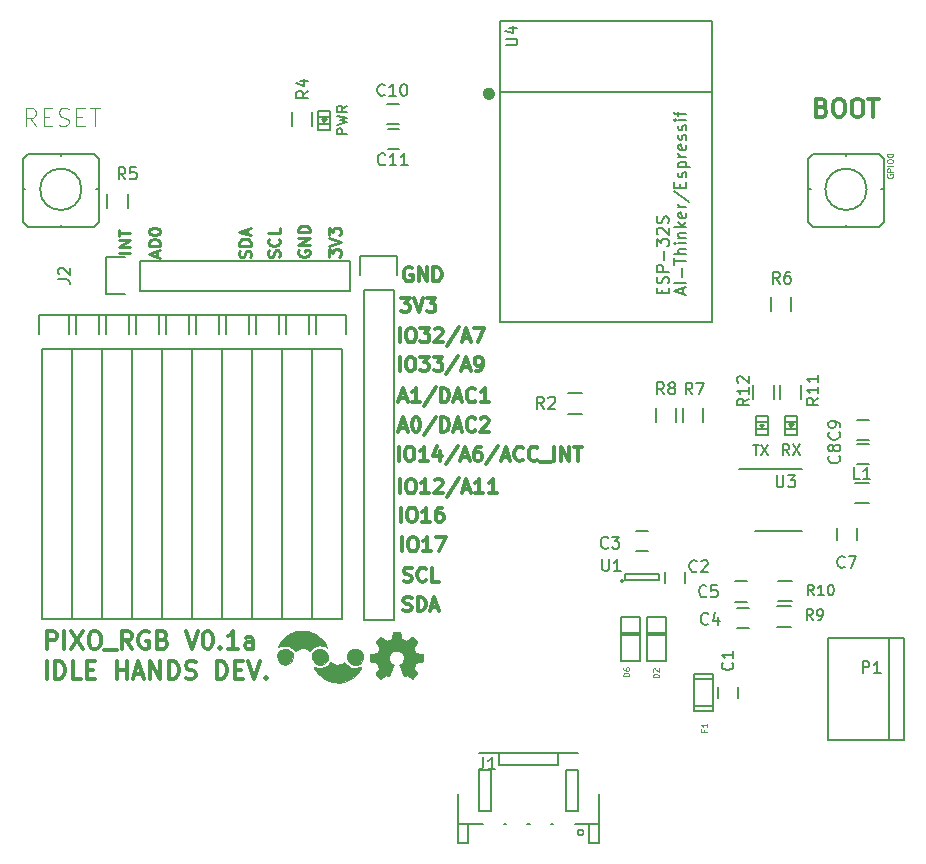
<source format=gbr>
G04 #@! TF.FileFunction,Legend,Top*
%FSLAX46Y46*%
G04 Gerber Fmt 4.6, Leading zero omitted, Abs format (unit mm)*
G04 Created by KiCad (PCBNEW 4.0.7) date 02/28/18 12:52:47*
%MOMM*%
%LPD*%
G01*
G04 APERTURE LIST*
%ADD10C,0.100000*%
%ADD11C,0.300000*%
%ADD12C,0.250000*%
%ADD13C,0.150000*%
%ADD14C,0.127000*%
%ADD15C,0.500000*%
%ADD16C,0.170000*%
%ADD17C,0.119380*%
%ADD18C,0.125000*%
G04 APERTURE END LIST*
D10*
D11*
X165514286Y-106052857D02*
X165728572Y-106124286D01*
X165800000Y-106195714D01*
X165871429Y-106338571D01*
X165871429Y-106552857D01*
X165800000Y-106695714D01*
X165728572Y-106767143D01*
X165585714Y-106838571D01*
X165014286Y-106838571D01*
X165014286Y-105338571D01*
X165514286Y-105338571D01*
X165657143Y-105410000D01*
X165728572Y-105481429D01*
X165800000Y-105624286D01*
X165800000Y-105767143D01*
X165728572Y-105910000D01*
X165657143Y-105981429D01*
X165514286Y-106052857D01*
X165014286Y-106052857D01*
X166800000Y-105338571D02*
X167085714Y-105338571D01*
X167228572Y-105410000D01*
X167371429Y-105552857D01*
X167442857Y-105838571D01*
X167442857Y-106338571D01*
X167371429Y-106624286D01*
X167228572Y-106767143D01*
X167085714Y-106838571D01*
X166800000Y-106838571D01*
X166657143Y-106767143D01*
X166514286Y-106624286D01*
X166442857Y-106338571D01*
X166442857Y-105838571D01*
X166514286Y-105552857D01*
X166657143Y-105410000D01*
X166800000Y-105338571D01*
X168371429Y-105338571D02*
X168657143Y-105338571D01*
X168800001Y-105410000D01*
X168942858Y-105552857D01*
X169014286Y-105838571D01*
X169014286Y-106338571D01*
X168942858Y-106624286D01*
X168800001Y-106767143D01*
X168657143Y-106838571D01*
X168371429Y-106838571D01*
X168228572Y-106767143D01*
X168085715Y-106624286D01*
X168014286Y-106338571D01*
X168014286Y-105838571D01*
X168085715Y-105552857D01*
X168228572Y-105410000D01*
X168371429Y-105338571D01*
X169442858Y-105338571D02*
X170300001Y-105338571D01*
X169871430Y-106838571D02*
X169871430Y-105338571D01*
D12*
X123752381Y-118688095D02*
X123752381Y-118069047D01*
X124133333Y-118402381D01*
X124133333Y-118259523D01*
X124180952Y-118164285D01*
X124228571Y-118116666D01*
X124323810Y-118069047D01*
X124561905Y-118069047D01*
X124657143Y-118116666D01*
X124704762Y-118164285D01*
X124752381Y-118259523D01*
X124752381Y-118545238D01*
X124704762Y-118640476D01*
X124657143Y-118688095D01*
X123752381Y-117783333D02*
X124752381Y-117450000D01*
X123752381Y-117116666D01*
X123752381Y-116878571D02*
X123752381Y-116259523D01*
X124133333Y-116592857D01*
X124133333Y-116449999D01*
X124180952Y-116354761D01*
X124228571Y-116307142D01*
X124323810Y-116259523D01*
X124561905Y-116259523D01*
X124657143Y-116307142D01*
X124704762Y-116354761D01*
X124752381Y-116449999D01*
X124752381Y-116735714D01*
X124704762Y-116830952D01*
X124657143Y-116878571D01*
X121200000Y-118161904D02*
X121152381Y-118257142D01*
X121152381Y-118399999D01*
X121200000Y-118542857D01*
X121295238Y-118638095D01*
X121390476Y-118685714D01*
X121580952Y-118733333D01*
X121723810Y-118733333D01*
X121914286Y-118685714D01*
X122009524Y-118638095D01*
X122104762Y-118542857D01*
X122152381Y-118399999D01*
X122152381Y-118304761D01*
X122104762Y-118161904D01*
X122057143Y-118114285D01*
X121723810Y-118114285D01*
X121723810Y-118304761D01*
X122152381Y-117685714D02*
X121152381Y-117685714D01*
X122152381Y-117114285D01*
X121152381Y-117114285D01*
X122152381Y-116638095D02*
X121152381Y-116638095D01*
X121152381Y-116400000D01*
X121200000Y-116257142D01*
X121295238Y-116161904D01*
X121390476Y-116114285D01*
X121580952Y-116066666D01*
X121723810Y-116066666D01*
X121914286Y-116114285D01*
X122009524Y-116161904D01*
X122104762Y-116257142D01*
X122152381Y-116400000D01*
X122152381Y-116638095D01*
X119554762Y-118740476D02*
X119602381Y-118597619D01*
X119602381Y-118359523D01*
X119554762Y-118264285D01*
X119507143Y-118216666D01*
X119411905Y-118169047D01*
X119316667Y-118169047D01*
X119221429Y-118216666D01*
X119173810Y-118264285D01*
X119126190Y-118359523D01*
X119078571Y-118550000D01*
X119030952Y-118645238D01*
X118983333Y-118692857D01*
X118888095Y-118740476D01*
X118792857Y-118740476D01*
X118697619Y-118692857D01*
X118650000Y-118645238D01*
X118602381Y-118550000D01*
X118602381Y-118311904D01*
X118650000Y-118169047D01*
X119507143Y-117169047D02*
X119554762Y-117216666D01*
X119602381Y-117359523D01*
X119602381Y-117454761D01*
X119554762Y-117597619D01*
X119459524Y-117692857D01*
X119364286Y-117740476D01*
X119173810Y-117788095D01*
X119030952Y-117788095D01*
X118840476Y-117740476D01*
X118745238Y-117692857D01*
X118650000Y-117597619D01*
X118602381Y-117454761D01*
X118602381Y-117359523D01*
X118650000Y-117216666D01*
X118697619Y-117169047D01*
X119602381Y-116264285D02*
X119602381Y-116740476D01*
X118602381Y-116740476D01*
X117104762Y-118764286D02*
X117152381Y-118621429D01*
X117152381Y-118383333D01*
X117104762Y-118288095D01*
X117057143Y-118240476D01*
X116961905Y-118192857D01*
X116866667Y-118192857D01*
X116771429Y-118240476D01*
X116723810Y-118288095D01*
X116676190Y-118383333D01*
X116628571Y-118573810D01*
X116580952Y-118669048D01*
X116533333Y-118716667D01*
X116438095Y-118764286D01*
X116342857Y-118764286D01*
X116247619Y-118716667D01*
X116200000Y-118669048D01*
X116152381Y-118573810D01*
X116152381Y-118335714D01*
X116200000Y-118192857D01*
X117152381Y-117764286D02*
X116152381Y-117764286D01*
X116152381Y-117526191D01*
X116200000Y-117383333D01*
X116295238Y-117288095D01*
X116390476Y-117240476D01*
X116580952Y-117192857D01*
X116723810Y-117192857D01*
X116914286Y-117240476D01*
X117009524Y-117288095D01*
X117104762Y-117383333D01*
X117152381Y-117526191D01*
X117152381Y-117764286D01*
X116866667Y-116811905D02*
X116866667Y-116335714D01*
X117152381Y-116907143D02*
X116152381Y-116573810D01*
X117152381Y-116240476D01*
X109216667Y-118714286D02*
X109216667Y-118238095D01*
X109502381Y-118809524D02*
X108502381Y-118476191D01*
X109502381Y-118142857D01*
X109502381Y-117809524D02*
X108502381Y-117809524D01*
X108502381Y-117571429D01*
X108550000Y-117428571D01*
X108645238Y-117333333D01*
X108740476Y-117285714D01*
X108930952Y-117238095D01*
X109073810Y-117238095D01*
X109264286Y-117285714D01*
X109359524Y-117333333D01*
X109454762Y-117428571D01*
X109502381Y-117571429D01*
X109502381Y-117809524D01*
X108502381Y-116619048D02*
X108502381Y-116523809D01*
X108550000Y-116428571D01*
X108597619Y-116380952D01*
X108692857Y-116333333D01*
X108883333Y-116285714D01*
X109121429Y-116285714D01*
X109311905Y-116333333D01*
X109407143Y-116380952D01*
X109454762Y-116428571D01*
X109502381Y-116523809D01*
X109502381Y-116619048D01*
X109454762Y-116714286D01*
X109407143Y-116761905D01*
X109311905Y-116809524D01*
X109121429Y-116857143D01*
X108883333Y-116857143D01*
X108692857Y-116809524D01*
X108597619Y-116761905D01*
X108550000Y-116714286D01*
X108502381Y-116619048D01*
X106952381Y-118354762D02*
X105952381Y-118354762D01*
X106952381Y-117878572D02*
X105952381Y-117878572D01*
X106952381Y-117307143D01*
X105952381Y-117307143D01*
X105952381Y-116973810D02*
X105952381Y-116402381D01*
X106952381Y-116688096D02*
X105952381Y-116688096D01*
D11*
X99857143Y-151903571D02*
X99857143Y-150403571D01*
X100428571Y-150403571D01*
X100571429Y-150475000D01*
X100642857Y-150546429D01*
X100714286Y-150689286D01*
X100714286Y-150903571D01*
X100642857Y-151046429D01*
X100571429Y-151117857D01*
X100428571Y-151189286D01*
X99857143Y-151189286D01*
X101357143Y-151903571D02*
X101357143Y-150403571D01*
X101928572Y-150403571D02*
X102928572Y-151903571D01*
X102928572Y-150403571D02*
X101928572Y-151903571D01*
X103785714Y-150403571D02*
X104071428Y-150403571D01*
X104214286Y-150475000D01*
X104357143Y-150617857D01*
X104428571Y-150903571D01*
X104428571Y-151403571D01*
X104357143Y-151689286D01*
X104214286Y-151832143D01*
X104071428Y-151903571D01*
X103785714Y-151903571D01*
X103642857Y-151832143D01*
X103500000Y-151689286D01*
X103428571Y-151403571D01*
X103428571Y-150903571D01*
X103500000Y-150617857D01*
X103642857Y-150475000D01*
X103785714Y-150403571D01*
X104714286Y-152046429D02*
X105857143Y-152046429D01*
X107071429Y-151903571D02*
X106571429Y-151189286D01*
X106214286Y-151903571D02*
X106214286Y-150403571D01*
X106785714Y-150403571D01*
X106928572Y-150475000D01*
X107000000Y-150546429D01*
X107071429Y-150689286D01*
X107071429Y-150903571D01*
X107000000Y-151046429D01*
X106928572Y-151117857D01*
X106785714Y-151189286D01*
X106214286Y-151189286D01*
X108500000Y-150475000D02*
X108357143Y-150403571D01*
X108142857Y-150403571D01*
X107928572Y-150475000D01*
X107785714Y-150617857D01*
X107714286Y-150760714D01*
X107642857Y-151046429D01*
X107642857Y-151260714D01*
X107714286Y-151546429D01*
X107785714Y-151689286D01*
X107928572Y-151832143D01*
X108142857Y-151903571D01*
X108285714Y-151903571D01*
X108500000Y-151832143D01*
X108571429Y-151760714D01*
X108571429Y-151260714D01*
X108285714Y-151260714D01*
X109714286Y-151117857D02*
X109928572Y-151189286D01*
X110000000Y-151260714D01*
X110071429Y-151403571D01*
X110071429Y-151617857D01*
X110000000Y-151760714D01*
X109928572Y-151832143D01*
X109785714Y-151903571D01*
X109214286Y-151903571D01*
X109214286Y-150403571D01*
X109714286Y-150403571D01*
X109857143Y-150475000D01*
X109928572Y-150546429D01*
X110000000Y-150689286D01*
X110000000Y-150832143D01*
X109928572Y-150975000D01*
X109857143Y-151046429D01*
X109714286Y-151117857D01*
X109214286Y-151117857D01*
X111642857Y-150403571D02*
X112142857Y-151903571D01*
X112642857Y-150403571D01*
X113428571Y-150403571D02*
X113571428Y-150403571D01*
X113714285Y-150475000D01*
X113785714Y-150546429D01*
X113857143Y-150689286D01*
X113928571Y-150975000D01*
X113928571Y-151332143D01*
X113857143Y-151617857D01*
X113785714Y-151760714D01*
X113714285Y-151832143D01*
X113571428Y-151903571D01*
X113428571Y-151903571D01*
X113285714Y-151832143D01*
X113214285Y-151760714D01*
X113142857Y-151617857D01*
X113071428Y-151332143D01*
X113071428Y-150975000D01*
X113142857Y-150689286D01*
X113214285Y-150546429D01*
X113285714Y-150475000D01*
X113428571Y-150403571D01*
X114571428Y-151760714D02*
X114642856Y-151832143D01*
X114571428Y-151903571D01*
X114499999Y-151832143D01*
X114571428Y-151760714D01*
X114571428Y-151903571D01*
X116071428Y-151903571D02*
X115214285Y-151903571D01*
X115642857Y-151903571D02*
X115642857Y-150403571D01*
X115500000Y-150617857D01*
X115357142Y-150760714D01*
X115214285Y-150832143D01*
X117357142Y-151903571D02*
X117357142Y-151117857D01*
X117285713Y-150975000D01*
X117142856Y-150903571D01*
X116857142Y-150903571D01*
X116714285Y-150975000D01*
X117357142Y-151832143D02*
X117214285Y-151903571D01*
X116857142Y-151903571D01*
X116714285Y-151832143D01*
X116642856Y-151689286D01*
X116642856Y-151546429D01*
X116714285Y-151403571D01*
X116857142Y-151332143D01*
X117214285Y-151332143D01*
X117357142Y-151260714D01*
X99857143Y-154453571D02*
X99857143Y-152953571D01*
X100571429Y-154453571D02*
X100571429Y-152953571D01*
X100928572Y-152953571D01*
X101142857Y-153025000D01*
X101285715Y-153167857D01*
X101357143Y-153310714D01*
X101428572Y-153596429D01*
X101428572Y-153810714D01*
X101357143Y-154096429D01*
X101285715Y-154239286D01*
X101142857Y-154382143D01*
X100928572Y-154453571D01*
X100571429Y-154453571D01*
X102785715Y-154453571D02*
X102071429Y-154453571D01*
X102071429Y-152953571D01*
X103285715Y-153667857D02*
X103785715Y-153667857D01*
X104000001Y-154453571D02*
X103285715Y-154453571D01*
X103285715Y-152953571D01*
X104000001Y-152953571D01*
X105785715Y-154453571D02*
X105785715Y-152953571D01*
X105785715Y-153667857D02*
X106642858Y-153667857D01*
X106642858Y-154453571D02*
X106642858Y-152953571D01*
X107285715Y-154025000D02*
X108000001Y-154025000D01*
X107142858Y-154453571D02*
X107642858Y-152953571D01*
X108142858Y-154453571D01*
X108642858Y-154453571D02*
X108642858Y-152953571D01*
X109500001Y-154453571D01*
X109500001Y-152953571D01*
X110214287Y-154453571D02*
X110214287Y-152953571D01*
X110571430Y-152953571D01*
X110785715Y-153025000D01*
X110928573Y-153167857D01*
X111000001Y-153310714D01*
X111071430Y-153596429D01*
X111071430Y-153810714D01*
X111000001Y-154096429D01*
X110928573Y-154239286D01*
X110785715Y-154382143D01*
X110571430Y-154453571D01*
X110214287Y-154453571D01*
X111642858Y-154382143D02*
X111857144Y-154453571D01*
X112214287Y-154453571D01*
X112357144Y-154382143D01*
X112428573Y-154310714D01*
X112500001Y-154167857D01*
X112500001Y-154025000D01*
X112428573Y-153882143D01*
X112357144Y-153810714D01*
X112214287Y-153739286D01*
X111928573Y-153667857D01*
X111785715Y-153596429D01*
X111714287Y-153525000D01*
X111642858Y-153382143D01*
X111642858Y-153239286D01*
X111714287Y-153096429D01*
X111785715Y-153025000D01*
X111928573Y-152953571D01*
X112285715Y-152953571D01*
X112500001Y-153025000D01*
X114285715Y-154453571D02*
X114285715Y-152953571D01*
X114642858Y-152953571D01*
X114857143Y-153025000D01*
X115000001Y-153167857D01*
X115071429Y-153310714D01*
X115142858Y-153596429D01*
X115142858Y-153810714D01*
X115071429Y-154096429D01*
X115000001Y-154239286D01*
X114857143Y-154382143D01*
X114642858Y-154453571D01*
X114285715Y-154453571D01*
X115785715Y-153667857D02*
X116285715Y-153667857D01*
X116500001Y-154453571D02*
X115785715Y-154453571D01*
X115785715Y-152953571D01*
X116500001Y-152953571D01*
X116928572Y-152953571D02*
X117428572Y-154453571D01*
X117928572Y-152953571D01*
X118428572Y-154310714D02*
X118500000Y-154382143D01*
X118428572Y-154453571D01*
X118357143Y-154382143D01*
X118428572Y-154310714D01*
X118428572Y-154453571D01*
X130072857Y-148655714D02*
X130244286Y-148712857D01*
X130530000Y-148712857D01*
X130644286Y-148655714D01*
X130701429Y-148598571D01*
X130758572Y-148484286D01*
X130758572Y-148370000D01*
X130701429Y-148255714D01*
X130644286Y-148198571D01*
X130530000Y-148141429D01*
X130301429Y-148084286D01*
X130187143Y-148027143D01*
X130130000Y-147970000D01*
X130072857Y-147855714D01*
X130072857Y-147741429D01*
X130130000Y-147627143D01*
X130187143Y-147570000D01*
X130301429Y-147512857D01*
X130587143Y-147512857D01*
X130758572Y-147570000D01*
X131272857Y-148712857D02*
X131272857Y-147512857D01*
X131558572Y-147512857D01*
X131730000Y-147570000D01*
X131844286Y-147684286D01*
X131901429Y-147798571D01*
X131958572Y-148027143D01*
X131958572Y-148198571D01*
X131901429Y-148427143D01*
X131844286Y-148541429D01*
X131730000Y-148655714D01*
X131558572Y-148712857D01*
X131272857Y-148712857D01*
X132415714Y-148370000D02*
X132987143Y-148370000D01*
X132301429Y-148712857D02*
X132701429Y-147512857D01*
X133101429Y-148712857D01*
X130111428Y-146175714D02*
X130282857Y-146232857D01*
X130568571Y-146232857D01*
X130682857Y-146175714D01*
X130740000Y-146118571D01*
X130797143Y-146004286D01*
X130797143Y-145890000D01*
X130740000Y-145775714D01*
X130682857Y-145718571D01*
X130568571Y-145661429D01*
X130340000Y-145604286D01*
X130225714Y-145547143D01*
X130168571Y-145490000D01*
X130111428Y-145375714D01*
X130111428Y-145261429D01*
X130168571Y-145147143D01*
X130225714Y-145090000D01*
X130340000Y-145032857D01*
X130625714Y-145032857D01*
X130797143Y-145090000D01*
X131997143Y-146118571D02*
X131940000Y-146175714D01*
X131768571Y-146232857D01*
X131654285Y-146232857D01*
X131482857Y-146175714D01*
X131368571Y-146061429D01*
X131311428Y-145947143D01*
X131254285Y-145718571D01*
X131254285Y-145547143D01*
X131311428Y-145318571D01*
X131368571Y-145204286D01*
X131482857Y-145090000D01*
X131654285Y-145032857D01*
X131768571Y-145032857D01*
X131940000Y-145090000D01*
X131997143Y-145147143D01*
X133082857Y-146232857D02*
X132511428Y-146232857D01*
X132511428Y-145032857D01*
X129978571Y-143642857D02*
X129978571Y-142442857D01*
X130778572Y-142442857D02*
X131007143Y-142442857D01*
X131121429Y-142500000D01*
X131235715Y-142614286D01*
X131292857Y-142842857D01*
X131292857Y-143242857D01*
X131235715Y-143471429D01*
X131121429Y-143585714D01*
X131007143Y-143642857D01*
X130778572Y-143642857D01*
X130664286Y-143585714D01*
X130550000Y-143471429D01*
X130492857Y-143242857D01*
X130492857Y-142842857D01*
X130550000Y-142614286D01*
X130664286Y-142500000D01*
X130778572Y-142442857D01*
X132435715Y-143642857D02*
X131750000Y-143642857D01*
X132092858Y-143642857D02*
X132092858Y-142442857D01*
X131978572Y-142614286D01*
X131864286Y-142728571D01*
X131750000Y-142785714D01*
X132835715Y-142442857D02*
X133635715Y-142442857D01*
X133121429Y-143642857D01*
X129878571Y-141142857D02*
X129878571Y-139942857D01*
X130678572Y-139942857D02*
X130907143Y-139942857D01*
X131021429Y-140000000D01*
X131135715Y-140114286D01*
X131192857Y-140342857D01*
X131192857Y-140742857D01*
X131135715Y-140971429D01*
X131021429Y-141085714D01*
X130907143Y-141142857D01*
X130678572Y-141142857D01*
X130564286Y-141085714D01*
X130450000Y-140971429D01*
X130392857Y-140742857D01*
X130392857Y-140342857D01*
X130450000Y-140114286D01*
X130564286Y-140000000D01*
X130678572Y-139942857D01*
X132335715Y-141142857D02*
X131650000Y-141142857D01*
X131992858Y-141142857D02*
X131992858Y-139942857D01*
X131878572Y-140114286D01*
X131764286Y-140228571D01*
X131650000Y-140285714D01*
X133364286Y-139942857D02*
X133135715Y-139942857D01*
X133021429Y-140000000D01*
X132964286Y-140057143D01*
X132850000Y-140228571D01*
X132792857Y-140457143D01*
X132792857Y-140914286D01*
X132850000Y-141028571D01*
X132907143Y-141085714D01*
X133021429Y-141142857D01*
X133250000Y-141142857D01*
X133364286Y-141085714D01*
X133421429Y-141028571D01*
X133478572Y-140914286D01*
X133478572Y-140628571D01*
X133421429Y-140514286D01*
X133364286Y-140457143D01*
X133250000Y-140400000D01*
X133021429Y-140400000D01*
X132907143Y-140457143D01*
X132850000Y-140514286D01*
X132792857Y-140628571D01*
X129792857Y-138732857D02*
X129792857Y-137532857D01*
X130592858Y-137532857D02*
X130821429Y-137532857D01*
X130935715Y-137590000D01*
X131050001Y-137704286D01*
X131107143Y-137932857D01*
X131107143Y-138332857D01*
X131050001Y-138561429D01*
X130935715Y-138675714D01*
X130821429Y-138732857D01*
X130592858Y-138732857D01*
X130478572Y-138675714D01*
X130364286Y-138561429D01*
X130307143Y-138332857D01*
X130307143Y-137932857D01*
X130364286Y-137704286D01*
X130478572Y-137590000D01*
X130592858Y-137532857D01*
X132250001Y-138732857D02*
X131564286Y-138732857D01*
X131907144Y-138732857D02*
X131907144Y-137532857D01*
X131792858Y-137704286D01*
X131678572Y-137818571D01*
X131564286Y-137875714D01*
X132707143Y-137647143D02*
X132764286Y-137590000D01*
X132878572Y-137532857D01*
X133164286Y-137532857D01*
X133278572Y-137590000D01*
X133335715Y-137647143D01*
X133392858Y-137761429D01*
X133392858Y-137875714D01*
X133335715Y-138047143D01*
X132650001Y-138732857D01*
X133392858Y-138732857D01*
X134764286Y-137475714D02*
X133735715Y-139018571D01*
X135107143Y-138390000D02*
X135678572Y-138390000D01*
X134992858Y-138732857D02*
X135392858Y-137532857D01*
X135792858Y-138732857D01*
X136821429Y-138732857D02*
X136135714Y-138732857D01*
X136478572Y-138732857D02*
X136478572Y-137532857D01*
X136364286Y-137704286D01*
X136250000Y-137818571D01*
X136135714Y-137875714D01*
X137964286Y-138732857D02*
X137278571Y-138732857D01*
X137621429Y-138732857D02*
X137621429Y-137532857D01*
X137507143Y-137704286D01*
X137392857Y-137818571D01*
X137278571Y-137875714D01*
X129692857Y-135992857D02*
X129692857Y-134792857D01*
X130492858Y-134792857D02*
X130721429Y-134792857D01*
X130835715Y-134850000D01*
X130950001Y-134964286D01*
X131007143Y-135192857D01*
X131007143Y-135592857D01*
X130950001Y-135821429D01*
X130835715Y-135935714D01*
X130721429Y-135992857D01*
X130492858Y-135992857D01*
X130378572Y-135935714D01*
X130264286Y-135821429D01*
X130207143Y-135592857D01*
X130207143Y-135192857D01*
X130264286Y-134964286D01*
X130378572Y-134850000D01*
X130492858Y-134792857D01*
X132150001Y-135992857D02*
X131464286Y-135992857D01*
X131807144Y-135992857D02*
X131807144Y-134792857D01*
X131692858Y-134964286D01*
X131578572Y-135078571D01*
X131464286Y-135135714D01*
X133178572Y-135192857D02*
X133178572Y-135992857D01*
X132892858Y-134735714D02*
X132607143Y-135592857D01*
X133350001Y-135592857D01*
X134664286Y-134735714D02*
X133635715Y-136278571D01*
X135007143Y-135650000D02*
X135578572Y-135650000D01*
X134892858Y-135992857D02*
X135292858Y-134792857D01*
X135692858Y-135992857D01*
X136607143Y-134792857D02*
X136378572Y-134792857D01*
X136264286Y-134850000D01*
X136207143Y-134907143D01*
X136092857Y-135078571D01*
X136035714Y-135307143D01*
X136035714Y-135764286D01*
X136092857Y-135878571D01*
X136150000Y-135935714D01*
X136264286Y-135992857D01*
X136492857Y-135992857D01*
X136607143Y-135935714D01*
X136664286Y-135878571D01*
X136721429Y-135764286D01*
X136721429Y-135478571D01*
X136664286Y-135364286D01*
X136607143Y-135307143D01*
X136492857Y-135250000D01*
X136264286Y-135250000D01*
X136150000Y-135307143D01*
X136092857Y-135364286D01*
X136035714Y-135478571D01*
X138092857Y-134735714D02*
X137064286Y-136278571D01*
X138435714Y-135650000D02*
X139007143Y-135650000D01*
X138321429Y-135992857D02*
X138721429Y-134792857D01*
X139121429Y-135992857D01*
X140207143Y-135878571D02*
X140150000Y-135935714D01*
X139978571Y-135992857D01*
X139864285Y-135992857D01*
X139692857Y-135935714D01*
X139578571Y-135821429D01*
X139521428Y-135707143D01*
X139464285Y-135478571D01*
X139464285Y-135307143D01*
X139521428Y-135078571D01*
X139578571Y-134964286D01*
X139692857Y-134850000D01*
X139864285Y-134792857D01*
X139978571Y-134792857D01*
X140150000Y-134850000D01*
X140207143Y-134907143D01*
X141407143Y-135878571D02*
X141350000Y-135935714D01*
X141178571Y-135992857D01*
X141064285Y-135992857D01*
X140892857Y-135935714D01*
X140778571Y-135821429D01*
X140721428Y-135707143D01*
X140664285Y-135478571D01*
X140664285Y-135307143D01*
X140721428Y-135078571D01*
X140778571Y-134964286D01*
X140892857Y-134850000D01*
X141064285Y-134792857D01*
X141178571Y-134792857D01*
X141350000Y-134850000D01*
X141407143Y-134907143D01*
X141635714Y-136107143D02*
X142550000Y-136107143D01*
X142835714Y-135992857D02*
X142835714Y-134792857D01*
X143407143Y-135992857D02*
X143407143Y-134792857D01*
X144092858Y-135992857D01*
X144092858Y-134792857D01*
X144492858Y-134792857D02*
X145178572Y-134792857D01*
X144835715Y-135992857D02*
X144835715Y-134792857D01*
X129758572Y-133170000D02*
X130330001Y-133170000D01*
X129644287Y-133512857D02*
X130044287Y-132312857D01*
X130444287Y-133512857D01*
X131072858Y-132312857D02*
X131187143Y-132312857D01*
X131301429Y-132370000D01*
X131358572Y-132427143D01*
X131415715Y-132541429D01*
X131472858Y-132770000D01*
X131472858Y-133055714D01*
X131415715Y-133284286D01*
X131358572Y-133398571D01*
X131301429Y-133455714D01*
X131187143Y-133512857D01*
X131072858Y-133512857D01*
X130958572Y-133455714D01*
X130901429Y-133398571D01*
X130844286Y-133284286D01*
X130787143Y-133055714D01*
X130787143Y-132770000D01*
X130844286Y-132541429D01*
X130901429Y-132427143D01*
X130958572Y-132370000D01*
X131072858Y-132312857D01*
X132844286Y-132255714D02*
X131815715Y-133798571D01*
X133244286Y-133512857D02*
X133244286Y-132312857D01*
X133530001Y-132312857D01*
X133701429Y-132370000D01*
X133815715Y-132484286D01*
X133872858Y-132598571D01*
X133930001Y-132827143D01*
X133930001Y-132998571D01*
X133872858Y-133227143D01*
X133815715Y-133341429D01*
X133701429Y-133455714D01*
X133530001Y-133512857D01*
X133244286Y-133512857D01*
X134387143Y-133170000D02*
X134958572Y-133170000D01*
X134272858Y-133512857D02*
X134672858Y-132312857D01*
X135072858Y-133512857D01*
X136158572Y-133398571D02*
X136101429Y-133455714D01*
X135930000Y-133512857D01*
X135815714Y-133512857D01*
X135644286Y-133455714D01*
X135530000Y-133341429D01*
X135472857Y-133227143D01*
X135415714Y-132998571D01*
X135415714Y-132827143D01*
X135472857Y-132598571D01*
X135530000Y-132484286D01*
X135644286Y-132370000D01*
X135815714Y-132312857D01*
X135930000Y-132312857D01*
X136101429Y-132370000D01*
X136158572Y-132427143D01*
X136615714Y-132427143D02*
X136672857Y-132370000D01*
X136787143Y-132312857D01*
X137072857Y-132312857D01*
X137187143Y-132370000D01*
X137244286Y-132427143D01*
X137301429Y-132541429D01*
X137301429Y-132655714D01*
X137244286Y-132827143D01*
X136558572Y-133512857D01*
X137301429Y-133512857D01*
X129758572Y-130680000D02*
X130330001Y-130680000D01*
X129644287Y-131022857D02*
X130044287Y-129822857D01*
X130444287Y-131022857D01*
X131472858Y-131022857D02*
X130787143Y-131022857D01*
X131130001Y-131022857D02*
X131130001Y-129822857D01*
X131015715Y-129994286D01*
X130901429Y-130108571D01*
X130787143Y-130165714D01*
X132844286Y-129765714D02*
X131815715Y-131308571D01*
X133244286Y-131022857D02*
X133244286Y-129822857D01*
X133530001Y-129822857D01*
X133701429Y-129880000D01*
X133815715Y-129994286D01*
X133872858Y-130108571D01*
X133930001Y-130337143D01*
X133930001Y-130508571D01*
X133872858Y-130737143D01*
X133815715Y-130851429D01*
X133701429Y-130965714D01*
X133530001Y-131022857D01*
X133244286Y-131022857D01*
X134387143Y-130680000D02*
X134958572Y-130680000D01*
X134272858Y-131022857D02*
X134672858Y-129822857D01*
X135072858Y-131022857D01*
X136158572Y-130908571D02*
X136101429Y-130965714D01*
X135930000Y-131022857D01*
X135815714Y-131022857D01*
X135644286Y-130965714D01*
X135530000Y-130851429D01*
X135472857Y-130737143D01*
X135415714Y-130508571D01*
X135415714Y-130337143D01*
X135472857Y-130108571D01*
X135530000Y-129994286D01*
X135644286Y-129880000D01*
X135815714Y-129822857D01*
X135930000Y-129822857D01*
X136101429Y-129880000D01*
X136158572Y-129937143D01*
X137301429Y-131022857D02*
X136615714Y-131022857D01*
X136958572Y-131022857D02*
X136958572Y-129822857D01*
X136844286Y-129994286D01*
X136730000Y-130108571D01*
X136615714Y-130165714D01*
X129764286Y-128392857D02*
X129764286Y-127192857D01*
X130564287Y-127192857D02*
X130792858Y-127192857D01*
X130907144Y-127250000D01*
X131021430Y-127364286D01*
X131078572Y-127592857D01*
X131078572Y-127992857D01*
X131021430Y-128221429D01*
X130907144Y-128335714D01*
X130792858Y-128392857D01*
X130564287Y-128392857D01*
X130450001Y-128335714D01*
X130335715Y-128221429D01*
X130278572Y-127992857D01*
X130278572Y-127592857D01*
X130335715Y-127364286D01*
X130450001Y-127250000D01*
X130564287Y-127192857D01*
X131478573Y-127192857D02*
X132221430Y-127192857D01*
X131821430Y-127650000D01*
X131992858Y-127650000D01*
X132107144Y-127707143D01*
X132164287Y-127764286D01*
X132221430Y-127878571D01*
X132221430Y-128164286D01*
X132164287Y-128278571D01*
X132107144Y-128335714D01*
X131992858Y-128392857D01*
X131650001Y-128392857D01*
X131535715Y-128335714D01*
X131478573Y-128278571D01*
X132621430Y-127192857D02*
X133364287Y-127192857D01*
X132964287Y-127650000D01*
X133135715Y-127650000D01*
X133250001Y-127707143D01*
X133307144Y-127764286D01*
X133364287Y-127878571D01*
X133364287Y-128164286D01*
X133307144Y-128278571D01*
X133250001Y-128335714D01*
X133135715Y-128392857D01*
X132792858Y-128392857D01*
X132678572Y-128335714D01*
X132621430Y-128278571D01*
X134735715Y-127135714D02*
X133707144Y-128678571D01*
X135078572Y-128050000D02*
X135650001Y-128050000D01*
X134964287Y-128392857D02*
X135364287Y-127192857D01*
X135764287Y-128392857D01*
X136221429Y-128392857D02*
X136450001Y-128392857D01*
X136564286Y-128335714D01*
X136621429Y-128278571D01*
X136735715Y-128107143D01*
X136792858Y-127878571D01*
X136792858Y-127421429D01*
X136735715Y-127307143D01*
X136678572Y-127250000D01*
X136564286Y-127192857D01*
X136335715Y-127192857D01*
X136221429Y-127250000D01*
X136164286Y-127307143D01*
X136107143Y-127421429D01*
X136107143Y-127707143D01*
X136164286Y-127821429D01*
X136221429Y-127878571D01*
X136335715Y-127935714D01*
X136564286Y-127935714D01*
X136678572Y-127878571D01*
X136735715Y-127821429D01*
X136792858Y-127707143D01*
X129804286Y-125942857D02*
X129804286Y-124742857D01*
X130604287Y-124742857D02*
X130832858Y-124742857D01*
X130947144Y-124800000D01*
X131061430Y-124914286D01*
X131118572Y-125142857D01*
X131118572Y-125542857D01*
X131061430Y-125771429D01*
X130947144Y-125885714D01*
X130832858Y-125942857D01*
X130604287Y-125942857D01*
X130490001Y-125885714D01*
X130375715Y-125771429D01*
X130318572Y-125542857D01*
X130318572Y-125142857D01*
X130375715Y-124914286D01*
X130490001Y-124800000D01*
X130604287Y-124742857D01*
X131518573Y-124742857D02*
X132261430Y-124742857D01*
X131861430Y-125200000D01*
X132032858Y-125200000D01*
X132147144Y-125257143D01*
X132204287Y-125314286D01*
X132261430Y-125428571D01*
X132261430Y-125714286D01*
X132204287Y-125828571D01*
X132147144Y-125885714D01*
X132032858Y-125942857D01*
X131690001Y-125942857D01*
X131575715Y-125885714D01*
X131518573Y-125828571D01*
X132718572Y-124857143D02*
X132775715Y-124800000D01*
X132890001Y-124742857D01*
X133175715Y-124742857D01*
X133290001Y-124800000D01*
X133347144Y-124857143D01*
X133404287Y-124971429D01*
X133404287Y-125085714D01*
X133347144Y-125257143D01*
X132661430Y-125942857D01*
X133404287Y-125942857D01*
X134775715Y-124685714D02*
X133747144Y-126228571D01*
X135118572Y-125600000D02*
X135690001Y-125600000D01*
X135004287Y-125942857D02*
X135404287Y-124742857D01*
X135804287Y-125942857D01*
X136090001Y-124742857D02*
X136890001Y-124742857D01*
X136375715Y-125942857D01*
X129874287Y-122182857D02*
X130617144Y-122182857D01*
X130217144Y-122640000D01*
X130388572Y-122640000D01*
X130502858Y-122697143D01*
X130560001Y-122754286D01*
X130617144Y-122868571D01*
X130617144Y-123154286D01*
X130560001Y-123268571D01*
X130502858Y-123325714D01*
X130388572Y-123382857D01*
X130045715Y-123382857D01*
X129931429Y-123325714D01*
X129874287Y-123268571D01*
X130960001Y-122182857D02*
X131360001Y-123382857D01*
X131760001Y-122182857D01*
X132045715Y-122182857D02*
X132788572Y-122182857D01*
X132388572Y-122640000D01*
X132560000Y-122640000D01*
X132674286Y-122697143D01*
X132731429Y-122754286D01*
X132788572Y-122868571D01*
X132788572Y-123154286D01*
X132731429Y-123268571D01*
X132674286Y-123325714D01*
X132560000Y-123382857D01*
X132217143Y-123382857D01*
X132102857Y-123325714D01*
X132045715Y-123268571D01*
X130785715Y-119650000D02*
X130671429Y-119592857D01*
X130500000Y-119592857D01*
X130328572Y-119650000D01*
X130214286Y-119764286D01*
X130157143Y-119878571D01*
X130100000Y-120107143D01*
X130100000Y-120278571D01*
X130157143Y-120507143D01*
X130214286Y-120621429D01*
X130328572Y-120735714D01*
X130500000Y-120792857D01*
X130614286Y-120792857D01*
X130785715Y-120735714D01*
X130842858Y-120678571D01*
X130842858Y-120278571D01*
X130614286Y-120278571D01*
X131357143Y-120792857D02*
X131357143Y-119592857D01*
X132042858Y-120792857D01*
X132042858Y-119592857D01*
X132614286Y-120792857D02*
X132614286Y-119592857D01*
X132900001Y-119592857D01*
X133071429Y-119650000D01*
X133185715Y-119764286D01*
X133242858Y-119878571D01*
X133300001Y-120107143D01*
X133300001Y-120278571D01*
X133242858Y-120507143D01*
X133185715Y-120621429D01*
X133071429Y-120735714D01*
X132900001Y-120792857D01*
X132614286Y-120792857D01*
D13*
X124900000Y-126490000D02*
X124900000Y-149350000D01*
X124900000Y-149350000D02*
X122360000Y-149350000D01*
X122360000Y-149350000D02*
X122360000Y-126490000D01*
X125180000Y-123670000D02*
X125180000Y-125220000D01*
X124900000Y-126490000D02*
X122360000Y-126490000D01*
X122080000Y-125220000D02*
X122080000Y-123670000D01*
X122080000Y-123670000D02*
X125180000Y-123670000D01*
X122360000Y-126490000D02*
X122360000Y-149350000D01*
X122360000Y-149350000D02*
X119820000Y-149350000D01*
X119820000Y-149350000D02*
X119820000Y-126490000D01*
X122640000Y-123670000D02*
X122640000Y-125220000D01*
X122360000Y-126490000D02*
X119820000Y-126490000D01*
X119540000Y-125220000D02*
X119540000Y-123670000D01*
X119540000Y-123670000D02*
X122640000Y-123670000D01*
X119820000Y-126490000D02*
X119820000Y-149350000D01*
X119820000Y-149350000D02*
X117280000Y-149350000D01*
X117280000Y-149350000D02*
X117280000Y-126490000D01*
X120100000Y-123670000D02*
X120100000Y-125220000D01*
X119820000Y-126490000D02*
X117280000Y-126490000D01*
X117000000Y-125220000D02*
X117000000Y-123670000D01*
X117000000Y-123670000D02*
X120100000Y-123670000D01*
X117280000Y-126490000D02*
X117280000Y-149350000D01*
X117280000Y-149350000D02*
X114740000Y-149350000D01*
X114740000Y-149350000D02*
X114740000Y-126490000D01*
X117560000Y-123670000D02*
X117560000Y-125220000D01*
X117280000Y-126490000D02*
X114740000Y-126490000D01*
X114460000Y-125220000D02*
X114460000Y-123670000D01*
X114460000Y-123670000D02*
X117560000Y-123670000D01*
X114740000Y-126490000D02*
X114740000Y-149350000D01*
X114740000Y-149350000D02*
X112200000Y-149350000D01*
X112200000Y-149350000D02*
X112200000Y-126490000D01*
X115020000Y-123670000D02*
X115020000Y-125220000D01*
X114740000Y-126490000D02*
X112200000Y-126490000D01*
X111920000Y-125220000D02*
X111920000Y-123670000D01*
X111920000Y-123670000D02*
X115020000Y-123670000D01*
X112200000Y-126490000D02*
X112200000Y-149350000D01*
X112200000Y-149350000D02*
X109660000Y-149350000D01*
X109660000Y-149350000D02*
X109660000Y-126490000D01*
X112480000Y-123670000D02*
X112480000Y-125220000D01*
X112200000Y-126490000D02*
X109660000Y-126490000D01*
X109380000Y-125220000D02*
X109380000Y-123670000D01*
X109380000Y-123670000D02*
X112480000Y-123670000D01*
X109660000Y-126490000D02*
X109660000Y-149350000D01*
X109660000Y-149350000D02*
X107120000Y-149350000D01*
X107120000Y-149350000D02*
X107120000Y-126490000D01*
X109940000Y-123670000D02*
X109940000Y-125220000D01*
X109660000Y-126490000D02*
X107120000Y-126490000D01*
X106840000Y-125220000D02*
X106840000Y-123670000D01*
X106840000Y-123670000D02*
X109940000Y-123670000D01*
X107120000Y-126490000D02*
X107120000Y-149350000D01*
X107120000Y-149350000D02*
X104580000Y-149350000D01*
X104580000Y-149350000D02*
X104580000Y-126490000D01*
X107400000Y-123670000D02*
X107400000Y-125220000D01*
X107120000Y-126490000D02*
X104580000Y-126490000D01*
X104300000Y-125220000D02*
X104300000Y-123670000D01*
X104300000Y-123670000D02*
X107400000Y-123670000D01*
X104580000Y-126490000D02*
X104580000Y-149350000D01*
X104580000Y-149350000D02*
X102040000Y-149350000D01*
X102040000Y-149350000D02*
X102040000Y-126490000D01*
X104860000Y-123670000D02*
X104860000Y-125220000D01*
X104580000Y-126490000D02*
X102040000Y-126490000D01*
X101760000Y-125220000D02*
X101760000Y-123670000D01*
X101760000Y-123670000D02*
X104860000Y-123670000D01*
X168500000Y-134250000D02*
X169500000Y-134250000D01*
X169500000Y-132550000D02*
X168500000Y-132550000D01*
X128710000Y-107480000D02*
X129710000Y-107480000D01*
X129710000Y-105780000D02*
X128710000Y-105780000D01*
D14*
X122879620Y-107459020D02*
X123880380Y-107459020D01*
X123880380Y-106859580D02*
X122879620Y-106859580D01*
X123280940Y-107159300D02*
X123479060Y-107159300D01*
X123580660Y-107060240D02*
X123179340Y-107060240D01*
X123179340Y-107060240D02*
X123380000Y-107258360D01*
X123380000Y-107258360D02*
X123580660Y-107060240D01*
X123880380Y-106359200D02*
X123880380Y-107959400D01*
X123880380Y-107959400D02*
X122879620Y-107959400D01*
X122879620Y-107959400D02*
X122879620Y-106359200D01*
X122879620Y-106359200D02*
X123880380Y-106359200D01*
X162409620Y-133289720D02*
X163410380Y-133289720D01*
X163410380Y-132690280D02*
X162409620Y-132690280D01*
X162810940Y-132990000D02*
X163009060Y-132990000D01*
X163110660Y-132890940D02*
X162709340Y-132890940D01*
X162709340Y-132890940D02*
X162910000Y-133089060D01*
X162910000Y-133089060D02*
X163110660Y-132890940D01*
X163410380Y-132189900D02*
X163410380Y-133790100D01*
X163410380Y-133790100D02*
X162409620Y-133790100D01*
X162409620Y-133790100D02*
X162409620Y-132189900D01*
X162409620Y-132189900D02*
X163410380Y-132189900D01*
X159929620Y-133319720D02*
X160930380Y-133319720D01*
X160930380Y-132720280D02*
X159929620Y-132720280D01*
X160330940Y-133020000D02*
X160529060Y-133020000D01*
X160630660Y-132920940D02*
X160229340Y-132920940D01*
X160229340Y-132920940D02*
X160430000Y-133119060D01*
X160430000Y-133119060D02*
X160630660Y-132920940D01*
X160930380Y-132219900D02*
X160930380Y-133820100D01*
X160930380Y-133820100D02*
X159929620Y-133820100D01*
X159929620Y-133820100D02*
X159929620Y-132219900D01*
X159929620Y-132219900D02*
X160930380Y-132219900D01*
X156272800Y-154457000D02*
X154647200Y-154457000D01*
X154647200Y-156743000D02*
X156272800Y-156743000D01*
X154647200Y-157200200D02*
X156272800Y-157200200D01*
X156272800Y-157200200D02*
X156272800Y-153999800D01*
X156272800Y-153999800D02*
X154647200Y-153999800D01*
X154647200Y-153999800D02*
X154647200Y-157200200D01*
D13*
X145320000Y-167455000D02*
G75*
G03X145320000Y-167455000I-250000J0D01*
G01*
X143170000Y-160705000D02*
X143170000Y-161705000D01*
X143170000Y-161705000D02*
X138170000Y-161705000D01*
X138170000Y-161705000D02*
X138170000Y-160705000D01*
X144570000Y-166705000D02*
X145820000Y-166705000D01*
X145820000Y-166705000D02*
X145820000Y-168305000D01*
X145820000Y-168305000D02*
X146620000Y-168305000D01*
X146620000Y-168305000D02*
X146620000Y-164205000D01*
X145820000Y-166705000D02*
X146620000Y-166705000D01*
X136770000Y-166705000D02*
X135520000Y-166705000D01*
X135520000Y-166705000D02*
X135520000Y-168305000D01*
X135520000Y-168305000D02*
X134720000Y-168305000D01*
X134720000Y-168305000D02*
X134720000Y-164205000D01*
X135520000Y-166705000D02*
X134720000Y-166705000D01*
X144870000Y-160705000D02*
X136470000Y-160705000D01*
X144870000Y-165605000D02*
X144870000Y-162205000D01*
X144870000Y-162205000D02*
X143870000Y-162205000D01*
X143870000Y-162205000D02*
X143870000Y-165605000D01*
X143870000Y-165605000D02*
X144870000Y-165605000D01*
X136470000Y-165605000D02*
X136470000Y-162205000D01*
X136470000Y-162205000D02*
X137470000Y-162205000D01*
X137470000Y-162205000D02*
X137470000Y-165605000D01*
X137470000Y-165605000D02*
X136470000Y-165605000D01*
X142770000Y-166705000D02*
X142570000Y-166705000D01*
X140770000Y-166705000D02*
X140570000Y-166705000D01*
X138770000Y-166705000D02*
X138570000Y-166705000D01*
X172417460Y-159650900D02*
X172417460Y-150950900D01*
X166012460Y-159650900D02*
X166012460Y-150950900D01*
X166012460Y-150950900D02*
X172417460Y-150950900D01*
X171187460Y-150950900D02*
X171187460Y-159650900D01*
X172417460Y-159650900D02*
X166012460Y-159650900D01*
X170740000Y-110400000D02*
X170740000Y-115800000D01*
X164740000Y-110000000D02*
X170340000Y-110000000D01*
X164340000Y-115800000D02*
X164340000Y-110400000D01*
X170340000Y-116200000D02*
X164740000Y-116200000D01*
X164740000Y-110000000D02*
X164340000Y-110400000D01*
X164740000Y-116200000D02*
X164340000Y-115800000D01*
X170740000Y-115800000D02*
X170340000Y-116200000D01*
X170740000Y-110400000D02*
X170340000Y-110000000D01*
X169290000Y-113000000D02*
G75*
G03X169290000Y-113000000I-1750000J0D01*
G01*
X167540000Y-110000000D02*
X167540000Y-110200000D01*
X164540000Y-113000000D02*
X164340000Y-113000000D01*
X167540000Y-116000000D02*
X167540000Y-116200000D01*
X170540000Y-113000000D02*
X170740000Y-113000000D01*
X104260000Y-110400000D02*
X104260000Y-115800000D01*
X98260000Y-110000000D02*
X103860000Y-110000000D01*
X97860000Y-115800000D02*
X97860000Y-110400000D01*
X103860000Y-116200000D02*
X98260000Y-116200000D01*
X98260000Y-110000000D02*
X97860000Y-110400000D01*
X98260000Y-116200000D02*
X97860000Y-115800000D01*
X104260000Y-115800000D02*
X103860000Y-116200000D01*
X104260000Y-110400000D02*
X103860000Y-110000000D01*
X102810000Y-113000000D02*
G75*
G03X102810000Y-113000000I-1750000J0D01*
G01*
X101060000Y-110000000D02*
X101060000Y-110200000D01*
X98060000Y-113000000D02*
X97860000Y-113000000D01*
X101060000Y-116000000D02*
X101060000Y-116200000D01*
X104060000Y-113000000D02*
X104260000Y-113000000D01*
X148670000Y-146160000D02*
G75*
G03X148670000Y-146160000I-100000J0D01*
G01*
X148820000Y-145610000D02*
X148820000Y-146110000D01*
X151720000Y-145610000D02*
X148820000Y-145610000D01*
X151720000Y-146110000D02*
X151720000Y-145610000D01*
X148820000Y-146110000D02*
X151720000Y-146110000D01*
X159800000Y-141947500D02*
X163800000Y-141947500D01*
X158525000Y-136652500D02*
X163800000Y-136652500D01*
D15*
X137595415Y-104908662D02*
G75*
G03X137595415Y-104908662I-283981J0D01*
G01*
D13*
X156217434Y-104762662D02*
X138217434Y-104762662D01*
X138217434Y-98762662D02*
X138217434Y-124262662D01*
X156217434Y-98762662D02*
X156217434Y-124262662D01*
X156217434Y-124262662D02*
X138217434Y-124262662D01*
X156217434Y-98762662D02*
X138217434Y-98762662D01*
X158410000Y-156100000D02*
X158410000Y-155100000D01*
X156710000Y-155100000D02*
X156710000Y-156100000D01*
X152220000Y-145360000D02*
X152220000Y-146360000D01*
X153920000Y-146360000D02*
X153920000Y-145360000D01*
X150770000Y-141910000D02*
X149770000Y-141910000D01*
X149770000Y-143610000D02*
X150770000Y-143610000D01*
X159320000Y-148480000D02*
X158320000Y-148480000D01*
X158320000Y-150180000D02*
X159320000Y-150180000D01*
X159170000Y-146200000D02*
X158170000Y-146200000D01*
X158170000Y-147900000D02*
X159170000Y-147900000D01*
X166750000Y-141700000D02*
X166750000Y-142700000D01*
X168450000Y-142700000D02*
X168450000Y-141700000D01*
X168500000Y-136250000D02*
X169500000Y-136250000D01*
X169500000Y-134550000D02*
X168500000Y-134550000D01*
X128740000Y-109620000D02*
X129740000Y-109620000D01*
X129740000Y-107920000D02*
X128740000Y-107920000D01*
X145230000Y-131995000D02*
X144030000Y-131995000D01*
X144030000Y-130245000D02*
X145230000Y-130245000D01*
X120625000Y-107630000D02*
X120625000Y-106430000D01*
X122375000Y-106430000D02*
X122375000Y-107630000D01*
X104965000Y-114590000D02*
X104965000Y-113390000D01*
X106715000Y-113390000D02*
X106715000Y-114590000D01*
X162905000Y-122140000D02*
X162905000Y-123340000D01*
X161155000Y-123340000D02*
X161155000Y-122140000D01*
X153725000Y-132710000D02*
X153725000Y-131510000D01*
X155475000Y-131510000D02*
X155475000Y-132710000D01*
X151425000Y-132700000D02*
X151425000Y-131500000D01*
X153175000Y-131500000D02*
X153175000Y-132700000D01*
X161730000Y-148315000D02*
X162930000Y-148315000D01*
X162930000Y-150065000D02*
X161730000Y-150065000D01*
X161750000Y-146135000D02*
X162950000Y-146135000D01*
X162950000Y-147885000D02*
X161750000Y-147885000D01*
X161995000Y-130750000D02*
X161995000Y-129550000D01*
X163745000Y-129550000D02*
X163745000Y-130750000D01*
X159705000Y-130750000D02*
X159705000Y-129550000D01*
X161455000Y-129550000D02*
X161455000Y-130750000D01*
D14*
X150669900Y-150705900D02*
X152270100Y-150705900D01*
X152270100Y-150632900D02*
X150669900Y-150632900D01*
X150669900Y-150559900D02*
X152270100Y-150559900D01*
X150669900Y-149205800D02*
X150669900Y-152914200D01*
X150669900Y-152914200D02*
X152270100Y-152914200D01*
X152270100Y-152914200D02*
X152270100Y-149205800D01*
X152270100Y-149205800D02*
X150669900Y-149205800D01*
X148469900Y-150705900D02*
X150070100Y-150705900D01*
X150070100Y-150632900D02*
X148469900Y-150632900D01*
X148469900Y-150559900D02*
X150070100Y-150559900D01*
X148469900Y-149205800D02*
X148469900Y-152914200D01*
X148469900Y-152914200D02*
X150070100Y-152914200D01*
X150070100Y-152914200D02*
X150070100Y-149205800D01*
X150070100Y-149205800D02*
X148469900Y-149205800D01*
D13*
X169500000Y-139575000D02*
X168300000Y-139575000D01*
X168300000Y-137825000D02*
X169500000Y-137825000D01*
X129250000Y-121500000D02*
X129250000Y-149440000D01*
X129250000Y-149440000D02*
X126710000Y-149440000D01*
X126710000Y-149440000D02*
X126710000Y-121500000D01*
X129530000Y-118680000D02*
X129530000Y-120230000D01*
X129250000Y-121500000D02*
X126710000Y-121500000D01*
X126430000Y-120230000D02*
X126430000Y-118680000D01*
X126430000Y-118680000D02*
X129530000Y-118680000D01*
X102040000Y-126490000D02*
X102040000Y-149350000D01*
X102040000Y-149350000D02*
X99500000Y-149350000D01*
X99500000Y-149350000D02*
X99500000Y-126490000D01*
X102320000Y-123670000D02*
X102320000Y-125220000D01*
X102040000Y-126490000D02*
X99500000Y-126490000D01*
X99220000Y-125220000D02*
X99220000Y-123670000D01*
X99220000Y-123670000D02*
X102320000Y-123670000D01*
D10*
G36*
X126492500Y-153493271D02*
X126452050Y-153587656D01*
X126347499Y-153741032D01*
X126204043Y-153922087D01*
X126046877Y-154099507D01*
X125901199Y-154241979D01*
X125867337Y-154270208D01*
X125483085Y-154509503D01*
X125044700Y-154675345D01*
X124589631Y-154758702D01*
X124155323Y-154750540D01*
X123999866Y-154720653D01*
X123526063Y-154539067D01*
X123087104Y-154247132D01*
X122828047Y-154000454D01*
X122666899Y-153812351D01*
X122541677Y-153644321D01*
X122477605Y-153530449D01*
X122475807Y-153524437D01*
X122466453Y-153437979D01*
X122526660Y-153432024D01*
X122598441Y-153456754D01*
X122758284Y-153493237D01*
X122973481Y-153514102D01*
X123053504Y-153516000D01*
X123362650Y-153470829D01*
X123617919Y-153325069D01*
X123785089Y-153149843D01*
X123875733Y-153051595D01*
X123944793Y-153047667D01*
X124018285Y-153105318D01*
X124223586Y-153214768D01*
X124482222Y-153248535D01*
X124743627Y-153203965D01*
X124862686Y-153149646D01*
X125080141Y-153021344D01*
X125283584Y-153237033D01*
X125465605Y-153398913D01*
X125655706Y-153486891D01*
X125893924Y-153513001D01*
X126148896Y-153497139D01*
X126337840Y-153482879D01*
X126462642Y-153483507D01*
X126492500Y-153493271D01*
X126492500Y-153493271D01*
X126492500Y-153493271D01*
G37*
X126492500Y-153493271D02*
X126452050Y-153587656D01*
X126347499Y-153741032D01*
X126204043Y-153922087D01*
X126046877Y-154099507D01*
X125901199Y-154241979D01*
X125867337Y-154270208D01*
X125483085Y-154509503D01*
X125044700Y-154675345D01*
X124589631Y-154758702D01*
X124155323Y-154750540D01*
X123999866Y-154720653D01*
X123526063Y-154539067D01*
X123087104Y-154247132D01*
X122828047Y-154000454D01*
X122666899Y-153812351D01*
X122541677Y-153644321D01*
X122477605Y-153530449D01*
X122475807Y-153524437D01*
X122466453Y-153437979D01*
X122526660Y-153432024D01*
X122598441Y-153456754D01*
X122758284Y-153493237D01*
X122973481Y-153514102D01*
X123053504Y-153516000D01*
X123362650Y-153470829D01*
X123617919Y-153325069D01*
X123785089Y-153149843D01*
X123875733Y-153051595D01*
X123944793Y-153047667D01*
X124018285Y-153105318D01*
X124223586Y-153214768D01*
X124482222Y-153248535D01*
X124743627Y-153203965D01*
X124862686Y-153149646D01*
X125080141Y-153021344D01*
X125283584Y-153237033D01*
X125465605Y-153398913D01*
X125655706Y-153486891D01*
X125893924Y-153513001D01*
X126148896Y-153497139D01*
X126337840Y-153482879D01*
X126462642Y-153483507D01*
X126492500Y-153493271D01*
X126492500Y-153493271D01*
G36*
X120743612Y-152635546D02*
X120676870Y-152866837D01*
X120528678Y-153059387D01*
X120321793Y-153195240D01*
X120078974Y-153256438D01*
X119822981Y-153225025D01*
X119704989Y-153173385D01*
X119523304Y-153006330D01*
X119411930Y-152770509D01*
X119380774Y-152508870D01*
X119439742Y-152264362D01*
X119479604Y-152196266D01*
X119686745Y-151993570D01*
X119930243Y-151897305D01*
X120183764Y-151903452D01*
X120420978Y-152007991D01*
X120615551Y-152206904D01*
X120706143Y-152383470D01*
X120743612Y-152635546D01*
X120743612Y-152635546D01*
X120743612Y-152635546D01*
G37*
X120743612Y-152635546D02*
X120676870Y-152866837D01*
X120528678Y-153059387D01*
X120321793Y-153195240D01*
X120078974Y-153256438D01*
X119822981Y-153225025D01*
X119704989Y-153173385D01*
X119523304Y-153006330D01*
X119411930Y-152770509D01*
X119380774Y-152508870D01*
X119439742Y-152264362D01*
X119479604Y-152196266D01*
X119686745Y-151993570D01*
X119930243Y-151897305D01*
X120183764Y-151903452D01*
X120420978Y-152007991D01*
X120615551Y-152206904D01*
X120706143Y-152383470D01*
X120743612Y-152635546D01*
X120743612Y-152635546D01*
G36*
X123697848Y-152523060D02*
X123660284Y-152799578D01*
X123592755Y-152945166D01*
X123409264Y-153142868D01*
X123167669Y-153247842D01*
X122901749Y-153255030D01*
X122645285Y-153159374D01*
X122562531Y-153099422D01*
X122391581Y-152887353D01*
X122324458Y-152649238D01*
X122348354Y-152408860D01*
X122450461Y-152190000D01*
X122617972Y-152016442D01*
X122838080Y-151911968D01*
X123097976Y-151900358D01*
X123196228Y-151922714D01*
X123455573Y-152058205D01*
X123626195Y-152267128D01*
X123697848Y-152523060D01*
X123697848Y-152523060D01*
X123697848Y-152523060D01*
G37*
X123697848Y-152523060D02*
X123660284Y-152799578D01*
X123592755Y-152945166D01*
X123409264Y-153142868D01*
X123167669Y-153247842D01*
X122901749Y-153255030D01*
X122645285Y-153159374D01*
X122562531Y-153099422D01*
X122391581Y-152887353D01*
X122324458Y-152649238D01*
X122348354Y-152408860D01*
X122450461Y-152190000D01*
X122617972Y-152016442D01*
X122838080Y-151911968D01*
X123097976Y-151900358D01*
X123196228Y-151922714D01*
X123455573Y-152058205D01*
X123626195Y-152267128D01*
X123697848Y-152523060D01*
X123697848Y-152523060D01*
G36*
X126683000Y-152560575D02*
X126635437Y-152772533D01*
X126515190Y-152992717D01*
X126355918Y-153159927D01*
X126351733Y-153162895D01*
X126159754Y-153236796D01*
X125915903Y-153253653D01*
X125682902Y-153211169D01*
X125630182Y-153189321D01*
X125449083Y-153036475D01*
X125332583Y-152806428D01*
X125299907Y-152540594D01*
X125304890Y-152488489D01*
X125386280Y-152216479D01*
X125554509Y-152030216D01*
X125795202Y-151920637D01*
X125991218Y-151883244D01*
X126162640Y-151916937D01*
X126248029Y-151953961D01*
X126457858Y-152104683D01*
X126613004Y-152312455D01*
X126681999Y-152533393D01*
X126683000Y-152560575D01*
X126683000Y-152560575D01*
X126683000Y-152560575D01*
G37*
X126683000Y-152560575D02*
X126635437Y-152772533D01*
X126515190Y-152992717D01*
X126355918Y-153159927D01*
X126351733Y-153162895D01*
X126159754Y-153236796D01*
X125915903Y-153253653D01*
X125682902Y-153211169D01*
X125630182Y-153189321D01*
X125449083Y-153036475D01*
X125332583Y-152806428D01*
X125299907Y-152540594D01*
X125304890Y-152488489D01*
X125386280Y-152216479D01*
X125554509Y-152030216D01*
X125795202Y-151920637D01*
X125991218Y-151883244D01*
X126162640Y-151916937D01*
X126248029Y-151953961D01*
X126457858Y-152104683D01*
X126613004Y-152312455D01*
X126681999Y-152533393D01*
X126683000Y-152560575D01*
X126683000Y-152560575D01*
G36*
X123634078Y-151794634D02*
X123414328Y-151702817D01*
X123202774Y-151639089D01*
X122993451Y-151611283D01*
X122986164Y-151611237D01*
X122760608Y-151656844D01*
X122516590Y-151772615D01*
X122312553Y-151927648D01*
X122250625Y-152000161D01*
X122188740Y-152073351D01*
X122124304Y-152075191D01*
X122012209Y-152002740D01*
X121985190Y-151982839D01*
X121740839Y-151872380D01*
X121461200Y-151851154D01*
X121197700Y-151919576D01*
X121103441Y-151975718D01*
X120930262Y-152103754D01*
X120700251Y-151892965D01*
X120405112Y-151696137D01*
X120086742Y-151623820D01*
X119748317Y-151676685D01*
X119721481Y-151685979D01*
X119457826Y-151780789D01*
X119521571Y-151597929D01*
X119636275Y-151387826D01*
X119831375Y-151146653D01*
X120076193Y-150904924D01*
X120340055Y-150693151D01*
X120574929Y-150550183D01*
X120773319Y-150461173D01*
X120952124Y-150407716D01*
X121156738Y-150381187D01*
X121432555Y-150372960D01*
X121508701Y-150372750D01*
X121800177Y-150377326D01*
X122012459Y-150397718D01*
X122193217Y-150443914D01*
X122390123Y-150525907D01*
X122506160Y-150581791D01*
X122955342Y-150870016D01*
X123316505Y-151246458D01*
X123513082Y-151559942D01*
X123634078Y-151794634D01*
X123634078Y-151794634D01*
X123634078Y-151794634D01*
G37*
X123634078Y-151794634D02*
X123414328Y-151702817D01*
X123202774Y-151639089D01*
X122993451Y-151611283D01*
X122986164Y-151611237D01*
X122760608Y-151656844D01*
X122516590Y-151772615D01*
X122312553Y-151927648D01*
X122250625Y-152000161D01*
X122188740Y-152073351D01*
X122124304Y-152075191D01*
X122012209Y-152002740D01*
X121985190Y-151982839D01*
X121740839Y-151872380D01*
X121461200Y-151851154D01*
X121197700Y-151919576D01*
X121103441Y-151975718D01*
X120930262Y-152103754D01*
X120700251Y-151892965D01*
X120405112Y-151696137D01*
X120086742Y-151623820D01*
X119748317Y-151676685D01*
X119721481Y-151685979D01*
X119457826Y-151780789D01*
X119521571Y-151597929D01*
X119636275Y-151387826D01*
X119831375Y-151146653D01*
X120076193Y-150904924D01*
X120340055Y-150693151D01*
X120574929Y-150550183D01*
X120773319Y-150461173D01*
X120952124Y-150407716D01*
X121156738Y-150381187D01*
X121432555Y-150372960D01*
X121508701Y-150372750D01*
X121800177Y-150377326D01*
X122012459Y-150397718D01*
X122193217Y-150443914D01*
X122390123Y-150525907D01*
X122506160Y-150581791D01*
X122955342Y-150870016D01*
X123316505Y-151246458D01*
X123513082Y-151559942D01*
X123634078Y-151794634D01*
X123634078Y-151794634D01*
G36*
X131699993Y-152664819D02*
X131699597Y-152741526D01*
X131698199Y-152810278D01*
X131697836Y-152821275D01*
X131692556Y-152970192D01*
X131564653Y-152994162D01*
X131465380Y-153012838D01*
X131377077Y-153029594D01*
X131300880Y-153044210D01*
X131237927Y-153056464D01*
X131189353Y-153066135D01*
X131156294Y-153073002D01*
X131139888Y-153076843D01*
X131139509Y-153076957D01*
X131125812Y-153086696D01*
X131110665Y-153108785D01*
X131093272Y-153144751D01*
X131072835Y-153196123D01*
X131062064Y-153225715D01*
X131045397Y-153269496D01*
X131024216Y-153320926D01*
X131002107Y-153371418D01*
X130993210Y-153390694D01*
X130969403Y-153442782D01*
X130953885Y-153482508D01*
X130946460Y-153513548D01*
X130946929Y-153539574D01*
X130955094Y-153564261D01*
X130970758Y-153591283D01*
X130981565Y-153607138D01*
X131044763Y-153698034D01*
X131099622Y-153778016D01*
X131145661Y-153846363D01*
X131182401Y-153902353D01*
X131209363Y-153945267D01*
X131226068Y-153974383D01*
X131227151Y-153976497D01*
X131251215Y-154024245D01*
X131054865Y-154223432D01*
X131005474Y-154273156D01*
X130959515Y-154318701D01*
X130918691Y-154358436D01*
X130884707Y-154390728D01*
X130859265Y-154413946D01*
X130844069Y-154426459D01*
X130841194Y-154428116D01*
X130832056Y-154429299D01*
X130820088Y-154426908D01*
X130803574Y-154419927D01*
X130780800Y-154407343D01*
X130750051Y-154388141D01*
X130709610Y-154361307D01*
X130657765Y-154325827D01*
X130597643Y-154284065D01*
X130548389Y-154250096D01*
X130500837Y-154218000D01*
X130458230Y-154189914D01*
X130423811Y-154167975D01*
X130400823Y-154154318D01*
X130400223Y-154153994D01*
X130352482Y-154128322D01*
X130314045Y-154149615D01*
X130277297Y-154169527D01*
X130238599Y-154189761D01*
X130201342Y-154208637D01*
X130168918Y-154224473D01*
X130144719Y-154235590D01*
X130132137Y-154240306D01*
X130131146Y-154240237D01*
X130124997Y-154228466D01*
X130112864Y-154201763D01*
X130095530Y-154162028D01*
X130073779Y-154111163D01*
X130048395Y-154051069D01*
X130020163Y-153983646D01*
X129989866Y-153910795D01*
X129958289Y-153834417D01*
X129926214Y-153756413D01*
X129894428Y-153678684D01*
X129863712Y-153603130D01*
X129834853Y-153531653D01*
X129808632Y-153466152D01*
X129785835Y-153408530D01*
X129767246Y-153360687D01*
X129755212Y-153328786D01*
X129728094Y-153255238D01*
X129791924Y-153211624D01*
X129871160Y-153150584D01*
X129941897Y-153082363D01*
X130001630Y-153009892D01*
X130047855Y-152936102D01*
X130070859Y-152885168D01*
X130080937Y-152852337D01*
X130091019Y-152809806D01*
X130099164Y-152765915D01*
X130100198Y-152759046D01*
X130106241Y-152655467D01*
X130094987Y-152553165D01*
X130067237Y-152454410D01*
X130023795Y-152361471D01*
X129965464Y-152276616D01*
X129907997Y-152215505D01*
X129828927Y-152153807D01*
X129740664Y-152105401D01*
X129646235Y-152071264D01*
X129548667Y-152052377D01*
X129450985Y-152049718D01*
X129408704Y-152053948D01*
X129300868Y-152077497D01*
X129202503Y-152115898D01*
X129114533Y-152168412D01*
X129037883Y-152234298D01*
X128973477Y-152312816D01*
X128922238Y-152403227D01*
X128898278Y-152462646D01*
X128876989Y-152544773D01*
X128866189Y-152634841D01*
X128866292Y-152725704D01*
X128877708Y-152810216D01*
X128878126Y-152812112D01*
X128908433Y-152907160D01*
X128955202Y-152996161D01*
X129017306Y-153077520D01*
X129093621Y-153149643D01*
X129141387Y-153184893D01*
X129175651Y-153208844D01*
X129204656Y-153230685D01*
X129224754Y-153247577D01*
X129231717Y-153255171D01*
X129234241Y-153259012D01*
X129236175Y-153262720D01*
X129237009Y-153267660D01*
X129236232Y-153275200D01*
X129233335Y-153286704D01*
X129227808Y-153303539D01*
X129219139Y-153327071D01*
X129206819Y-153358665D01*
X129190337Y-153399688D01*
X129169184Y-153451506D01*
X129142849Y-153515484D01*
X129110821Y-153592989D01*
X129072591Y-153685386D01*
X129056349Y-153724643D01*
X129014252Y-153826298D01*
X128978420Y-153912556D01*
X128948251Y-153984809D01*
X128923139Y-154044453D01*
X128902482Y-154092882D01*
X128885675Y-154131489D01*
X128872115Y-154161670D01*
X128861198Y-154184818D01*
X128852320Y-154202328D01*
X128844878Y-154215594D01*
X128841123Y-154221673D01*
X128827813Y-154242452D01*
X128725084Y-154187655D01*
X128685403Y-154166957D01*
X128650911Y-154149840D01*
X128625044Y-154137946D01*
X128611240Y-154132921D01*
X128610551Y-154132857D01*
X128599097Y-154137711D01*
X128575168Y-154151195D01*
X128541262Y-154171693D01*
X128499876Y-154197588D01*
X128453507Y-154227264D01*
X128404654Y-154259104D01*
X128355814Y-154291492D01*
X128309484Y-154322811D01*
X128268161Y-154351446D01*
X128234345Y-154375779D01*
X128228630Y-154380041D01*
X128194456Y-154404031D01*
X128164659Y-154421806D01*
X128143215Y-154431095D01*
X128137916Y-154431926D01*
X128126829Y-154427514D01*
X128107772Y-154413969D01*
X128079877Y-154390520D01*
X128042277Y-154356402D01*
X127994106Y-154310844D01*
X127934498Y-154253081D01*
X127919304Y-154238208D01*
X127869137Y-154188511D01*
X127823795Y-154142599D01*
X127784830Y-154102118D01*
X127753794Y-154068716D01*
X127732238Y-154044041D01*
X127721713Y-154029739D01*
X127720926Y-154027586D01*
X127721677Y-154000355D01*
X127729975Y-153977408D01*
X127746267Y-153953285D01*
X127759953Y-153934468D01*
X127781698Y-153903695D01*
X127809516Y-153863854D01*
X127841419Y-153817834D01*
X127875423Y-153768526D01*
X127909540Y-153718817D01*
X127941785Y-153671598D01*
X127970170Y-153629757D01*
X127992710Y-153596184D01*
X128007418Y-153573768D01*
X128009911Y-153569805D01*
X128029877Y-153537430D01*
X127958202Y-153355281D01*
X127935497Y-153298198D01*
X127913461Y-153243918D01*
X127893479Y-153195773D01*
X127876939Y-153157093D01*
X127865227Y-153131211D01*
X127863302Y-153127299D01*
X127855538Y-153112039D01*
X127848083Y-153099758D01*
X127838862Y-153089734D01*
X127825803Y-153081246D01*
X127806832Y-153073573D01*
X127779874Y-153065995D01*
X127742856Y-153057789D01*
X127693705Y-153048236D01*
X127630346Y-153036613D01*
X127572322Y-153026117D01*
X127511298Y-153014902D01*
X127453536Y-153003973D01*
X127402392Y-152993988D01*
X127361222Y-152985606D01*
X127333384Y-152979488D01*
X127327393Y-152977998D01*
X127282036Y-152965999D01*
X127279647Y-152666172D01*
X127277259Y-152366345D01*
X127370362Y-152347213D01*
X127409648Y-152339357D01*
X127461980Y-152329206D01*
X127522545Y-152317676D01*
X127586532Y-152305684D01*
X127644893Y-152294920D01*
X127701109Y-152284476D01*
X127752100Y-152274683D01*
X127794840Y-152266149D01*
X127826306Y-152259479D01*
X127843472Y-152255281D01*
X127844795Y-152254841D01*
X127851507Y-152250832D01*
X127858993Y-152242644D01*
X127868050Y-152228624D01*
X127879478Y-152207124D01*
X127894074Y-152176492D01*
X127912638Y-152135077D01*
X127935969Y-152081229D01*
X127964864Y-152013298D01*
X127986636Y-151961694D01*
X128005227Y-151916540D01*
X128020957Y-151876434D01*
X128032564Y-151844737D01*
X128038790Y-151824814D01*
X128039500Y-151820587D01*
X128034568Y-151807486D01*
X128021106Y-151783012D01*
X128001122Y-151750562D01*
X127976620Y-151713535D01*
X127974394Y-151710286D01*
X127907531Y-151612566D01*
X127851182Y-151529306D01*
X127805200Y-151460283D01*
X127769442Y-151405275D01*
X127743763Y-151364059D01*
X127728019Y-151336411D01*
X127722064Y-151322110D01*
X127722000Y-151321311D01*
X127728065Y-151310857D01*
X127744977Y-151289559D01*
X127770818Y-151259464D01*
X127803668Y-151222617D01*
X127841606Y-151181065D01*
X127882713Y-151136853D01*
X127925069Y-151092027D01*
X127966755Y-151048634D01*
X128005849Y-151008718D01*
X128040432Y-150974326D01*
X128068585Y-150947505D01*
X128088387Y-150930299D01*
X128090301Y-150928836D01*
X128115029Y-150913404D01*
X128137274Y-150904388D01*
X128143855Y-150903429D01*
X128159673Y-150908711D01*
X128185012Y-150922797D01*
X128215317Y-150943044D01*
X128226866Y-150951561D01*
X128260857Y-150976242D01*
X128304347Y-151006288D01*
X128351340Y-151037622D01*
X128389467Y-151062162D01*
X128433470Y-151090550D01*
X128477838Y-151120271D01*
X128517093Y-151147593D01*
X128543349Y-151166917D01*
X128582309Y-151196112D01*
X128610944Y-151215017D01*
X128632578Y-151225299D01*
X128650534Y-151228620D01*
X128664203Y-151227435D01*
X128679779Y-151222534D01*
X128709837Y-151211172D01*
X128752266Y-151194222D01*
X128804954Y-151172558D01*
X128865789Y-151147053D01*
X128932659Y-151118580D01*
X129003453Y-151088012D01*
X129042482Y-151070982D01*
X129070284Y-151058803D01*
X129121033Y-150776673D01*
X129135286Y-150699318D01*
X129148693Y-150630167D01*
X129160852Y-150571106D01*
X129171357Y-150524020D01*
X129179802Y-150490795D01*
X129185783Y-150473316D01*
X129186422Y-150472200D01*
X129201061Y-150449858D01*
X129485492Y-150449858D01*
X129568237Y-150450003D01*
X129634525Y-150450487D01*
X129686042Y-150451378D01*
X129724470Y-150452746D01*
X129751496Y-150454660D01*
X129768804Y-150457190D01*
X129778077Y-150460406D01*
X129780011Y-150462014D01*
X129786935Y-150477675D01*
X129795963Y-150509722D01*
X129806750Y-150556568D01*
X129818954Y-150616622D01*
X129832228Y-150688296D01*
X129844617Y-150760283D01*
X129854140Y-150815389D01*
X129865081Y-150875546D01*
X129875864Y-150932231D01*
X129882436Y-150965086D01*
X129889445Y-150999996D01*
X129895573Y-151026011D01*
X129903294Y-151045490D01*
X129915082Y-151060792D01*
X129933411Y-151074277D01*
X129960754Y-151088304D01*
X129999586Y-151105231D01*
X130052380Y-151127419D01*
X130052884Y-151127632D01*
X130101039Y-151147994D01*
X130152301Y-151169689D01*
X130199005Y-151189473D01*
X130221179Y-151198876D01*
X130257278Y-151213073D01*
X130289712Y-151223852D01*
X130312944Y-151229436D01*
X130317510Y-151229834D01*
X130337680Y-151223912D01*
X130369618Y-151206536D01*
X130411781Y-151178581D01*
X130426367Y-151168136D01*
X130481113Y-151128984D01*
X130540386Y-151087704D01*
X130600856Y-151046520D01*
X130659194Y-151007657D01*
X130712071Y-150973338D01*
X130756157Y-150945787D01*
X130781815Y-150930698D01*
X130834452Y-150901160D01*
X130858610Y-150922705D01*
X130892475Y-150953508D01*
X130932557Y-150990932D01*
X130976804Y-151032965D01*
X131023165Y-151077591D01*
X131069589Y-151122795D01*
X131114025Y-151166565D01*
X131154419Y-151206885D01*
X131188722Y-151241741D01*
X131214882Y-151269118D01*
X131230847Y-151287003D01*
X131234227Y-151291528D01*
X131242538Y-151307204D01*
X131246087Y-151322418D01*
X131243842Y-151339668D01*
X131234767Y-151361452D01*
X131217828Y-151390269D01*
X131191991Y-151428616D01*
X131157143Y-151477708D01*
X131102431Y-151554076D01*
X131057447Y-151617200D01*
X131021222Y-151668492D01*
X130992789Y-151709363D01*
X130971181Y-151741226D01*
X130955431Y-151765491D01*
X130944571Y-151783571D01*
X130937634Y-151796878D01*
X130936172Y-151800150D01*
X130929828Y-151817548D01*
X130928847Y-151832700D01*
X130934158Y-151851350D01*
X130946689Y-151879242D01*
X130950091Y-151886329D01*
X130963839Y-151916378D01*
X130981910Y-151958037D01*
X131002049Y-152006011D01*
X131022002Y-152055001D01*
X131023798Y-152059495D01*
X131051502Y-152126857D01*
X131074768Y-152178459D01*
X131094484Y-152215881D01*
X131111540Y-152240706D01*
X131126825Y-152254517D01*
X131135460Y-152258161D01*
X131152840Y-152261889D01*
X131184802Y-152268279D01*
X131228086Y-152276713D01*
X131279430Y-152286574D01*
X131335573Y-152297243D01*
X131393255Y-152308104D01*
X131449214Y-152318539D01*
X131500188Y-152327931D01*
X131542916Y-152335662D01*
X131568286Y-152340118D01*
X131606761Y-152347301D01*
X131640897Y-152354694D01*
X131664763Y-152360984D01*
X131668921Y-152362415D01*
X131692448Y-152371472D01*
X131697782Y-152521915D01*
X131699387Y-152588750D01*
X131699993Y-152664819D01*
X131699993Y-152664819D01*
X131699993Y-152664819D01*
G37*
X131699993Y-152664819D02*
X131699597Y-152741526D01*
X131698199Y-152810278D01*
X131697836Y-152821275D01*
X131692556Y-152970192D01*
X131564653Y-152994162D01*
X131465380Y-153012838D01*
X131377077Y-153029594D01*
X131300880Y-153044210D01*
X131237927Y-153056464D01*
X131189353Y-153066135D01*
X131156294Y-153073002D01*
X131139888Y-153076843D01*
X131139509Y-153076957D01*
X131125812Y-153086696D01*
X131110665Y-153108785D01*
X131093272Y-153144751D01*
X131072835Y-153196123D01*
X131062064Y-153225715D01*
X131045397Y-153269496D01*
X131024216Y-153320926D01*
X131002107Y-153371418D01*
X130993210Y-153390694D01*
X130969403Y-153442782D01*
X130953885Y-153482508D01*
X130946460Y-153513548D01*
X130946929Y-153539574D01*
X130955094Y-153564261D01*
X130970758Y-153591283D01*
X130981565Y-153607138D01*
X131044763Y-153698034D01*
X131099622Y-153778016D01*
X131145661Y-153846363D01*
X131182401Y-153902353D01*
X131209363Y-153945267D01*
X131226068Y-153974383D01*
X131227151Y-153976497D01*
X131251215Y-154024245D01*
X131054865Y-154223432D01*
X131005474Y-154273156D01*
X130959515Y-154318701D01*
X130918691Y-154358436D01*
X130884707Y-154390728D01*
X130859265Y-154413946D01*
X130844069Y-154426459D01*
X130841194Y-154428116D01*
X130832056Y-154429299D01*
X130820088Y-154426908D01*
X130803574Y-154419927D01*
X130780800Y-154407343D01*
X130750051Y-154388141D01*
X130709610Y-154361307D01*
X130657765Y-154325827D01*
X130597643Y-154284065D01*
X130548389Y-154250096D01*
X130500837Y-154218000D01*
X130458230Y-154189914D01*
X130423811Y-154167975D01*
X130400823Y-154154318D01*
X130400223Y-154153994D01*
X130352482Y-154128322D01*
X130314045Y-154149615D01*
X130277297Y-154169527D01*
X130238599Y-154189761D01*
X130201342Y-154208637D01*
X130168918Y-154224473D01*
X130144719Y-154235590D01*
X130132137Y-154240306D01*
X130131146Y-154240237D01*
X130124997Y-154228466D01*
X130112864Y-154201763D01*
X130095530Y-154162028D01*
X130073779Y-154111163D01*
X130048395Y-154051069D01*
X130020163Y-153983646D01*
X129989866Y-153910795D01*
X129958289Y-153834417D01*
X129926214Y-153756413D01*
X129894428Y-153678684D01*
X129863712Y-153603130D01*
X129834853Y-153531653D01*
X129808632Y-153466152D01*
X129785835Y-153408530D01*
X129767246Y-153360687D01*
X129755212Y-153328786D01*
X129728094Y-153255238D01*
X129791924Y-153211624D01*
X129871160Y-153150584D01*
X129941897Y-153082363D01*
X130001630Y-153009892D01*
X130047855Y-152936102D01*
X130070859Y-152885168D01*
X130080937Y-152852337D01*
X130091019Y-152809806D01*
X130099164Y-152765915D01*
X130100198Y-152759046D01*
X130106241Y-152655467D01*
X130094987Y-152553165D01*
X130067237Y-152454410D01*
X130023795Y-152361471D01*
X129965464Y-152276616D01*
X129907997Y-152215505D01*
X129828927Y-152153807D01*
X129740664Y-152105401D01*
X129646235Y-152071264D01*
X129548667Y-152052377D01*
X129450985Y-152049718D01*
X129408704Y-152053948D01*
X129300868Y-152077497D01*
X129202503Y-152115898D01*
X129114533Y-152168412D01*
X129037883Y-152234298D01*
X128973477Y-152312816D01*
X128922238Y-152403227D01*
X128898278Y-152462646D01*
X128876989Y-152544773D01*
X128866189Y-152634841D01*
X128866292Y-152725704D01*
X128877708Y-152810216D01*
X128878126Y-152812112D01*
X128908433Y-152907160D01*
X128955202Y-152996161D01*
X129017306Y-153077520D01*
X129093621Y-153149643D01*
X129141387Y-153184893D01*
X129175651Y-153208844D01*
X129204656Y-153230685D01*
X129224754Y-153247577D01*
X129231717Y-153255171D01*
X129234241Y-153259012D01*
X129236175Y-153262720D01*
X129237009Y-153267660D01*
X129236232Y-153275200D01*
X129233335Y-153286704D01*
X129227808Y-153303539D01*
X129219139Y-153327071D01*
X129206819Y-153358665D01*
X129190337Y-153399688D01*
X129169184Y-153451506D01*
X129142849Y-153515484D01*
X129110821Y-153592989D01*
X129072591Y-153685386D01*
X129056349Y-153724643D01*
X129014252Y-153826298D01*
X128978420Y-153912556D01*
X128948251Y-153984809D01*
X128923139Y-154044453D01*
X128902482Y-154092882D01*
X128885675Y-154131489D01*
X128872115Y-154161670D01*
X128861198Y-154184818D01*
X128852320Y-154202328D01*
X128844878Y-154215594D01*
X128841123Y-154221673D01*
X128827813Y-154242452D01*
X128725084Y-154187655D01*
X128685403Y-154166957D01*
X128650911Y-154149840D01*
X128625044Y-154137946D01*
X128611240Y-154132921D01*
X128610551Y-154132857D01*
X128599097Y-154137711D01*
X128575168Y-154151195D01*
X128541262Y-154171693D01*
X128499876Y-154197588D01*
X128453507Y-154227264D01*
X128404654Y-154259104D01*
X128355814Y-154291492D01*
X128309484Y-154322811D01*
X128268161Y-154351446D01*
X128234345Y-154375779D01*
X128228630Y-154380041D01*
X128194456Y-154404031D01*
X128164659Y-154421806D01*
X128143215Y-154431095D01*
X128137916Y-154431926D01*
X128126829Y-154427514D01*
X128107772Y-154413969D01*
X128079877Y-154390520D01*
X128042277Y-154356402D01*
X127994106Y-154310844D01*
X127934498Y-154253081D01*
X127919304Y-154238208D01*
X127869137Y-154188511D01*
X127823795Y-154142599D01*
X127784830Y-154102118D01*
X127753794Y-154068716D01*
X127732238Y-154044041D01*
X127721713Y-154029739D01*
X127720926Y-154027586D01*
X127721677Y-154000355D01*
X127729975Y-153977408D01*
X127746267Y-153953285D01*
X127759953Y-153934468D01*
X127781698Y-153903695D01*
X127809516Y-153863854D01*
X127841419Y-153817834D01*
X127875423Y-153768526D01*
X127909540Y-153718817D01*
X127941785Y-153671598D01*
X127970170Y-153629757D01*
X127992710Y-153596184D01*
X128007418Y-153573768D01*
X128009911Y-153569805D01*
X128029877Y-153537430D01*
X127958202Y-153355281D01*
X127935497Y-153298198D01*
X127913461Y-153243918D01*
X127893479Y-153195773D01*
X127876939Y-153157093D01*
X127865227Y-153131211D01*
X127863302Y-153127299D01*
X127855538Y-153112039D01*
X127848083Y-153099758D01*
X127838862Y-153089734D01*
X127825803Y-153081246D01*
X127806832Y-153073573D01*
X127779874Y-153065995D01*
X127742856Y-153057789D01*
X127693705Y-153048236D01*
X127630346Y-153036613D01*
X127572322Y-153026117D01*
X127511298Y-153014902D01*
X127453536Y-153003973D01*
X127402392Y-152993988D01*
X127361222Y-152985606D01*
X127333384Y-152979488D01*
X127327393Y-152977998D01*
X127282036Y-152965999D01*
X127279647Y-152666172D01*
X127277259Y-152366345D01*
X127370362Y-152347213D01*
X127409648Y-152339357D01*
X127461980Y-152329206D01*
X127522545Y-152317676D01*
X127586532Y-152305684D01*
X127644893Y-152294920D01*
X127701109Y-152284476D01*
X127752100Y-152274683D01*
X127794840Y-152266149D01*
X127826306Y-152259479D01*
X127843472Y-152255281D01*
X127844795Y-152254841D01*
X127851507Y-152250832D01*
X127858993Y-152242644D01*
X127868050Y-152228624D01*
X127879478Y-152207124D01*
X127894074Y-152176492D01*
X127912638Y-152135077D01*
X127935969Y-152081229D01*
X127964864Y-152013298D01*
X127986636Y-151961694D01*
X128005227Y-151916540D01*
X128020957Y-151876434D01*
X128032564Y-151844737D01*
X128038790Y-151824814D01*
X128039500Y-151820587D01*
X128034568Y-151807486D01*
X128021106Y-151783012D01*
X128001122Y-151750562D01*
X127976620Y-151713535D01*
X127974394Y-151710286D01*
X127907531Y-151612566D01*
X127851182Y-151529306D01*
X127805200Y-151460283D01*
X127769442Y-151405275D01*
X127743763Y-151364059D01*
X127728019Y-151336411D01*
X127722064Y-151322110D01*
X127722000Y-151321311D01*
X127728065Y-151310857D01*
X127744977Y-151289559D01*
X127770818Y-151259464D01*
X127803668Y-151222617D01*
X127841606Y-151181065D01*
X127882713Y-151136853D01*
X127925069Y-151092027D01*
X127966755Y-151048634D01*
X128005849Y-151008718D01*
X128040432Y-150974326D01*
X128068585Y-150947505D01*
X128088387Y-150930299D01*
X128090301Y-150928836D01*
X128115029Y-150913404D01*
X128137274Y-150904388D01*
X128143855Y-150903429D01*
X128159673Y-150908711D01*
X128185012Y-150922797D01*
X128215317Y-150943044D01*
X128226866Y-150951561D01*
X128260857Y-150976242D01*
X128304347Y-151006288D01*
X128351340Y-151037622D01*
X128389467Y-151062162D01*
X128433470Y-151090550D01*
X128477838Y-151120271D01*
X128517093Y-151147593D01*
X128543349Y-151166917D01*
X128582309Y-151196112D01*
X128610944Y-151215017D01*
X128632578Y-151225299D01*
X128650534Y-151228620D01*
X128664203Y-151227435D01*
X128679779Y-151222534D01*
X128709837Y-151211172D01*
X128752266Y-151194222D01*
X128804954Y-151172558D01*
X128865789Y-151147053D01*
X128932659Y-151118580D01*
X129003453Y-151088012D01*
X129042482Y-151070982D01*
X129070284Y-151058803D01*
X129121033Y-150776673D01*
X129135286Y-150699318D01*
X129148693Y-150630167D01*
X129160852Y-150571106D01*
X129171357Y-150524020D01*
X129179802Y-150490795D01*
X129185783Y-150473316D01*
X129186422Y-150472200D01*
X129201061Y-150449858D01*
X129485492Y-150449858D01*
X129568237Y-150450003D01*
X129634525Y-150450487D01*
X129686042Y-150451378D01*
X129724470Y-150452746D01*
X129751496Y-150454660D01*
X129768804Y-150457190D01*
X129778077Y-150460406D01*
X129780011Y-150462014D01*
X129786935Y-150477675D01*
X129795963Y-150509722D01*
X129806750Y-150556568D01*
X129818954Y-150616622D01*
X129832228Y-150688296D01*
X129844617Y-150760283D01*
X129854140Y-150815389D01*
X129865081Y-150875546D01*
X129875864Y-150932231D01*
X129882436Y-150965086D01*
X129889445Y-150999996D01*
X129895573Y-151026011D01*
X129903294Y-151045490D01*
X129915082Y-151060792D01*
X129933411Y-151074277D01*
X129960754Y-151088304D01*
X129999586Y-151105231D01*
X130052380Y-151127419D01*
X130052884Y-151127632D01*
X130101039Y-151147994D01*
X130152301Y-151169689D01*
X130199005Y-151189473D01*
X130221179Y-151198876D01*
X130257278Y-151213073D01*
X130289712Y-151223852D01*
X130312944Y-151229436D01*
X130317510Y-151229834D01*
X130337680Y-151223912D01*
X130369618Y-151206536D01*
X130411781Y-151178581D01*
X130426367Y-151168136D01*
X130481113Y-151128984D01*
X130540386Y-151087704D01*
X130600856Y-151046520D01*
X130659194Y-151007657D01*
X130712071Y-150973338D01*
X130756157Y-150945787D01*
X130781815Y-150930698D01*
X130834452Y-150901160D01*
X130858610Y-150922705D01*
X130892475Y-150953508D01*
X130932557Y-150990932D01*
X130976804Y-151032965D01*
X131023165Y-151077591D01*
X131069589Y-151122795D01*
X131114025Y-151166565D01*
X131154419Y-151206885D01*
X131188722Y-151241741D01*
X131214882Y-151269118D01*
X131230847Y-151287003D01*
X131234227Y-151291528D01*
X131242538Y-151307204D01*
X131246087Y-151322418D01*
X131243842Y-151339668D01*
X131234767Y-151361452D01*
X131217828Y-151390269D01*
X131191991Y-151428616D01*
X131157143Y-151477708D01*
X131102431Y-151554076D01*
X131057447Y-151617200D01*
X131021222Y-151668492D01*
X130992789Y-151709363D01*
X130971181Y-151741226D01*
X130955431Y-151765491D01*
X130944571Y-151783571D01*
X130937634Y-151796878D01*
X130936172Y-151800150D01*
X130929828Y-151817548D01*
X130928847Y-151832700D01*
X130934158Y-151851350D01*
X130946689Y-151879242D01*
X130950091Y-151886329D01*
X130963839Y-151916378D01*
X130981910Y-151958037D01*
X131002049Y-152006011D01*
X131022002Y-152055001D01*
X131023798Y-152059495D01*
X131051502Y-152126857D01*
X131074768Y-152178459D01*
X131094484Y-152215881D01*
X131111540Y-152240706D01*
X131126825Y-152254517D01*
X131135460Y-152258161D01*
X131152840Y-152261889D01*
X131184802Y-152268279D01*
X131228086Y-152276713D01*
X131279430Y-152286574D01*
X131335573Y-152297243D01*
X131393255Y-152308104D01*
X131449214Y-152318539D01*
X131500188Y-152327931D01*
X131542916Y-152335662D01*
X131568286Y-152340118D01*
X131606761Y-152347301D01*
X131640897Y-152354694D01*
X131664763Y-152360984D01*
X131668921Y-152362415D01*
X131692448Y-152371472D01*
X131697782Y-152521915D01*
X131699387Y-152588750D01*
X131699993Y-152664819D01*
X131699993Y-152664819D01*
D13*
X107750000Y-119030000D02*
X125530000Y-119030000D01*
X125530000Y-119030000D02*
X125530000Y-121570000D01*
X125530000Y-121570000D02*
X107750000Y-121570000D01*
X104930000Y-118750000D02*
X106480000Y-118750000D01*
X107750000Y-119030000D02*
X107750000Y-121570000D01*
X106480000Y-121850000D02*
X104930000Y-121850000D01*
X104930000Y-121850000D02*
X104930000Y-118750000D01*
X166957143Y-133566666D02*
X167004762Y-133614285D01*
X167052381Y-133757142D01*
X167052381Y-133852380D01*
X167004762Y-133995238D01*
X166909524Y-134090476D01*
X166814286Y-134138095D01*
X166623810Y-134185714D01*
X166480952Y-134185714D01*
X166290476Y-134138095D01*
X166195238Y-134090476D01*
X166100000Y-133995238D01*
X166052381Y-133852380D01*
X166052381Y-133757142D01*
X166100000Y-133614285D01*
X166147619Y-133566666D01*
X167052381Y-133090476D02*
X167052381Y-132900000D01*
X167004762Y-132804761D01*
X166957143Y-132757142D01*
X166814286Y-132661904D01*
X166623810Y-132614285D01*
X166242857Y-132614285D01*
X166147619Y-132661904D01*
X166100000Y-132709523D01*
X166052381Y-132804761D01*
X166052381Y-132995238D01*
X166100000Y-133090476D01*
X166147619Y-133138095D01*
X166242857Y-133185714D01*
X166480952Y-133185714D01*
X166576190Y-133138095D01*
X166623810Y-133090476D01*
X166671429Y-132995238D01*
X166671429Y-132804761D01*
X166623810Y-132709523D01*
X166576190Y-132661904D01*
X166480952Y-132614285D01*
X128487143Y-104997143D02*
X128439524Y-105044762D01*
X128296667Y-105092381D01*
X128201429Y-105092381D01*
X128058571Y-105044762D01*
X127963333Y-104949524D01*
X127915714Y-104854286D01*
X127868095Y-104663810D01*
X127868095Y-104520952D01*
X127915714Y-104330476D01*
X127963333Y-104235238D01*
X128058571Y-104140000D01*
X128201429Y-104092381D01*
X128296667Y-104092381D01*
X128439524Y-104140000D01*
X128487143Y-104187619D01*
X129439524Y-105092381D02*
X128868095Y-105092381D01*
X129153809Y-105092381D02*
X129153809Y-104092381D01*
X129058571Y-104235238D01*
X128963333Y-104330476D01*
X128868095Y-104378095D01*
X130058571Y-104092381D02*
X130153810Y-104092381D01*
X130249048Y-104140000D01*
X130296667Y-104187619D01*
X130344286Y-104282857D01*
X130391905Y-104473333D01*
X130391905Y-104711429D01*
X130344286Y-104901905D01*
X130296667Y-104997143D01*
X130249048Y-105044762D01*
X130153810Y-105092381D01*
X130058571Y-105092381D01*
X129963333Y-105044762D01*
X129915714Y-104997143D01*
X129868095Y-104901905D01*
X129820476Y-104711429D01*
X129820476Y-104473333D01*
X129868095Y-104282857D01*
X129915714Y-104187619D01*
X129963333Y-104140000D01*
X130058571Y-104092381D01*
D16*
X125307143Y-108349999D02*
X124407143Y-108349999D01*
X124407143Y-108007142D01*
X124450000Y-107921428D01*
X124492857Y-107878571D01*
X124578571Y-107835714D01*
X124707143Y-107835714D01*
X124792857Y-107878571D01*
X124835714Y-107921428D01*
X124878571Y-108007142D01*
X124878571Y-108349999D01*
X124407143Y-107535714D02*
X125307143Y-107321428D01*
X124664286Y-107149999D01*
X125307143Y-106978571D01*
X124407143Y-106764285D01*
X125307143Y-105907143D02*
X124878571Y-106207143D01*
X125307143Y-106421428D02*
X124407143Y-106421428D01*
X124407143Y-106078571D01*
X124450000Y-105992857D01*
X124492857Y-105950000D01*
X124578571Y-105907143D01*
X124707143Y-105907143D01*
X124792857Y-105950000D01*
X124835714Y-105992857D01*
X124878571Y-106078571D01*
X124878571Y-106421428D01*
X162750000Y-135497143D02*
X162450000Y-135068571D01*
X162235715Y-135497143D02*
X162235715Y-134597143D01*
X162578572Y-134597143D01*
X162664286Y-134640000D01*
X162707143Y-134682857D01*
X162750000Y-134768571D01*
X162750000Y-134897143D01*
X162707143Y-134982857D01*
X162664286Y-135025714D01*
X162578572Y-135068571D01*
X162235715Y-135068571D01*
X163050000Y-134597143D02*
X163650000Y-135497143D01*
X163650000Y-134597143D02*
X163050000Y-135497143D01*
X159654286Y-134627143D02*
X160168572Y-134627143D01*
X159911429Y-135527143D02*
X159911429Y-134627143D01*
X160382857Y-134627143D02*
X160982857Y-135527143D01*
X160982857Y-134627143D02*
X160382857Y-135527143D01*
D17*
X155524259Y-158766793D02*
X155524259Y-158933586D01*
X155786362Y-158933586D02*
X155285982Y-158933586D01*
X155285982Y-158695310D01*
X155786362Y-158242585D02*
X155786362Y-158528517D01*
X155786362Y-158385551D02*
X155285982Y-158385551D01*
X155357465Y-158433206D01*
X155405120Y-158480861D01*
X155428948Y-158528517D01*
D13*
X136826667Y-161092381D02*
X136826667Y-161806667D01*
X136779047Y-161949524D01*
X136683809Y-162044762D01*
X136540952Y-162092381D01*
X136445714Y-162092381D01*
X137826667Y-162092381D02*
X137255238Y-162092381D01*
X137540952Y-162092381D02*
X137540952Y-161092381D01*
X137445714Y-161235238D01*
X137350476Y-161330476D01*
X137255238Y-161378095D01*
X168961905Y-153952381D02*
X168961905Y-152952381D01*
X169342858Y-152952381D01*
X169438096Y-153000000D01*
X169485715Y-153047619D01*
X169533334Y-153142857D01*
X169533334Y-153285714D01*
X169485715Y-153380952D01*
X169438096Y-153428571D01*
X169342858Y-153476190D01*
X168961905Y-153476190D01*
X170485715Y-153952381D02*
X169914286Y-153952381D01*
X170200000Y-153952381D02*
X170200000Y-152952381D01*
X170104762Y-153095238D01*
X170009524Y-153190476D01*
X169914286Y-153238095D01*
D18*
X171040000Y-111738095D02*
X171016190Y-111785714D01*
X171016190Y-111857142D01*
X171040000Y-111928571D01*
X171087619Y-111976190D01*
X171135238Y-111999999D01*
X171230476Y-112023809D01*
X171301905Y-112023809D01*
X171397143Y-111999999D01*
X171444762Y-111976190D01*
X171492381Y-111928571D01*
X171516190Y-111857142D01*
X171516190Y-111809523D01*
X171492381Y-111738095D01*
X171468571Y-111714285D01*
X171301905Y-111714285D01*
X171301905Y-111809523D01*
X171516190Y-111499999D02*
X171016190Y-111499999D01*
X171016190Y-111309523D01*
X171040000Y-111261904D01*
X171063810Y-111238095D01*
X171111429Y-111214285D01*
X171182857Y-111214285D01*
X171230476Y-111238095D01*
X171254286Y-111261904D01*
X171278095Y-111309523D01*
X171278095Y-111499999D01*
X171516190Y-110999999D02*
X171016190Y-110999999D01*
X171016190Y-110666666D02*
X171016190Y-110571428D01*
X171040000Y-110523809D01*
X171087619Y-110476190D01*
X171182857Y-110452381D01*
X171349524Y-110452381D01*
X171444762Y-110476190D01*
X171492381Y-110523809D01*
X171516190Y-110571428D01*
X171516190Y-110666666D01*
X171492381Y-110714285D01*
X171444762Y-110761904D01*
X171349524Y-110785714D01*
X171182857Y-110785714D01*
X171087619Y-110761904D01*
X171040000Y-110714285D01*
X171016190Y-110666666D01*
X171016190Y-110142856D02*
X171016190Y-110095237D01*
X171040000Y-110047618D01*
X171063810Y-110023809D01*
X171111429Y-109999999D01*
X171206667Y-109976190D01*
X171325714Y-109976190D01*
X171420952Y-109999999D01*
X171468571Y-110023809D01*
X171492381Y-110047618D01*
X171516190Y-110095237D01*
X171516190Y-110142856D01*
X171492381Y-110190475D01*
X171468571Y-110214285D01*
X171420952Y-110238094D01*
X171325714Y-110261904D01*
X171206667Y-110261904D01*
X171111429Y-110238094D01*
X171063810Y-110214285D01*
X171040000Y-110190475D01*
X171016190Y-110142856D01*
X98961429Y-107648571D02*
X98461429Y-106934286D01*
X98104286Y-107648571D02*
X98104286Y-106148571D01*
X98675714Y-106148571D01*
X98818572Y-106220000D01*
X98890000Y-106291429D01*
X98961429Y-106434286D01*
X98961429Y-106648571D01*
X98890000Y-106791429D01*
X98818572Y-106862857D01*
X98675714Y-106934286D01*
X98104286Y-106934286D01*
X99604286Y-106862857D02*
X100104286Y-106862857D01*
X100318572Y-107648571D02*
X99604286Y-107648571D01*
X99604286Y-106148571D01*
X100318572Y-106148571D01*
X100890000Y-107577143D02*
X101104286Y-107648571D01*
X101461429Y-107648571D01*
X101604286Y-107577143D01*
X101675715Y-107505714D01*
X101747143Y-107362857D01*
X101747143Y-107220000D01*
X101675715Y-107077143D01*
X101604286Y-107005714D01*
X101461429Y-106934286D01*
X101175715Y-106862857D01*
X101032857Y-106791429D01*
X100961429Y-106720000D01*
X100890000Y-106577143D01*
X100890000Y-106434286D01*
X100961429Y-106291429D01*
X101032857Y-106220000D01*
X101175715Y-106148571D01*
X101532857Y-106148571D01*
X101747143Y-106220000D01*
X102390000Y-106862857D02*
X102890000Y-106862857D01*
X103104286Y-107648571D02*
X102390000Y-107648571D01*
X102390000Y-106148571D01*
X103104286Y-106148571D01*
X103532857Y-106148571D02*
X104390000Y-106148571D01*
X103961429Y-107648571D02*
X103961429Y-106148571D01*
D13*
X146908095Y-144312381D02*
X146908095Y-145121905D01*
X146955714Y-145217143D01*
X147003333Y-145264762D01*
X147098571Y-145312381D01*
X147289048Y-145312381D01*
X147384286Y-145264762D01*
X147431905Y-145217143D01*
X147479524Y-145121905D01*
X147479524Y-144312381D01*
X148479524Y-145312381D02*
X147908095Y-145312381D01*
X148193809Y-145312381D02*
X148193809Y-144312381D01*
X148098571Y-144455238D01*
X148003333Y-144550476D01*
X147908095Y-144598095D01*
X161678095Y-137212381D02*
X161678095Y-138021905D01*
X161725714Y-138117143D01*
X161773333Y-138164762D01*
X161868571Y-138212381D01*
X162059048Y-138212381D01*
X162154286Y-138164762D01*
X162201905Y-138117143D01*
X162249524Y-138021905D01*
X162249524Y-137212381D01*
X162630476Y-137212381D02*
X163249524Y-137212381D01*
X162916190Y-137593333D01*
X163059048Y-137593333D01*
X163154286Y-137640952D01*
X163201905Y-137688571D01*
X163249524Y-137783810D01*
X163249524Y-138021905D01*
X163201905Y-138117143D01*
X163154286Y-138164762D01*
X163059048Y-138212381D01*
X162773333Y-138212381D01*
X162678095Y-138164762D01*
X162630476Y-138117143D01*
X138719815Y-100804567D02*
X139529339Y-100804567D01*
X139624577Y-100756948D01*
X139672196Y-100709329D01*
X139719815Y-100614091D01*
X139719815Y-100423614D01*
X139672196Y-100328376D01*
X139624577Y-100280757D01*
X139529339Y-100233138D01*
X138719815Y-100233138D01*
X139053148Y-99328376D02*
X139719815Y-99328376D01*
X138672196Y-99566472D02*
X139386482Y-99804567D01*
X139386482Y-99185519D01*
X153736667Y-121846667D02*
X153736667Y-121370476D01*
X154022381Y-121941905D02*
X153022381Y-121608572D01*
X154022381Y-121275238D01*
X154022381Y-120941905D02*
X153022381Y-120941905D01*
X153641429Y-120465715D02*
X153641429Y-119703810D01*
X153022381Y-119370477D02*
X153022381Y-118799048D01*
X154022381Y-119084763D02*
X153022381Y-119084763D01*
X154022381Y-118465715D02*
X153022381Y-118465715D01*
X154022381Y-118037143D02*
X153498571Y-118037143D01*
X153403333Y-118084762D01*
X153355714Y-118180000D01*
X153355714Y-118322858D01*
X153403333Y-118418096D01*
X153450952Y-118465715D01*
X154022381Y-117560953D02*
X153355714Y-117560953D01*
X153022381Y-117560953D02*
X153070000Y-117608572D01*
X153117619Y-117560953D01*
X153070000Y-117513334D01*
X153022381Y-117560953D01*
X153117619Y-117560953D01*
X153355714Y-117084763D02*
X154022381Y-117084763D01*
X153450952Y-117084763D02*
X153403333Y-117037144D01*
X153355714Y-116941906D01*
X153355714Y-116799048D01*
X153403333Y-116703810D01*
X153498571Y-116656191D01*
X154022381Y-116656191D01*
X154022381Y-116180001D02*
X153022381Y-116180001D01*
X153641429Y-116084763D02*
X154022381Y-115799048D01*
X153355714Y-115799048D02*
X153736667Y-116180001D01*
X153974762Y-114989524D02*
X154022381Y-115084762D01*
X154022381Y-115275239D01*
X153974762Y-115370477D01*
X153879524Y-115418096D01*
X153498571Y-115418096D01*
X153403333Y-115370477D01*
X153355714Y-115275239D01*
X153355714Y-115084762D01*
X153403333Y-114989524D01*
X153498571Y-114941905D01*
X153593810Y-114941905D01*
X153689048Y-115418096D01*
X154022381Y-114513334D02*
X153355714Y-114513334D01*
X153546190Y-114513334D02*
X153450952Y-114465715D01*
X153403333Y-114418096D01*
X153355714Y-114322858D01*
X153355714Y-114227619D01*
X152974762Y-113180000D02*
X154260476Y-114037143D01*
X153498571Y-112846667D02*
X153498571Y-112513333D01*
X154022381Y-112370476D02*
X154022381Y-112846667D01*
X153022381Y-112846667D01*
X153022381Y-112370476D01*
X153974762Y-111989524D02*
X154022381Y-111894286D01*
X154022381Y-111703810D01*
X153974762Y-111608571D01*
X153879524Y-111560952D01*
X153831905Y-111560952D01*
X153736667Y-111608571D01*
X153689048Y-111703810D01*
X153689048Y-111846667D01*
X153641429Y-111941905D01*
X153546190Y-111989524D01*
X153498571Y-111989524D01*
X153403333Y-111941905D01*
X153355714Y-111846667D01*
X153355714Y-111703810D01*
X153403333Y-111608571D01*
X153355714Y-111132381D02*
X154355714Y-111132381D01*
X153403333Y-111132381D02*
X153355714Y-111037143D01*
X153355714Y-110846666D01*
X153403333Y-110751428D01*
X153450952Y-110703809D01*
X153546190Y-110656190D01*
X153831905Y-110656190D01*
X153927143Y-110703809D01*
X153974762Y-110751428D01*
X154022381Y-110846666D01*
X154022381Y-111037143D01*
X153974762Y-111132381D01*
X154022381Y-110227619D02*
X153355714Y-110227619D01*
X153546190Y-110227619D02*
X153450952Y-110180000D01*
X153403333Y-110132381D01*
X153355714Y-110037143D01*
X153355714Y-109941904D01*
X153974762Y-109227618D02*
X154022381Y-109322856D01*
X154022381Y-109513333D01*
X153974762Y-109608571D01*
X153879524Y-109656190D01*
X153498571Y-109656190D01*
X153403333Y-109608571D01*
X153355714Y-109513333D01*
X153355714Y-109322856D01*
X153403333Y-109227618D01*
X153498571Y-109179999D01*
X153593810Y-109179999D01*
X153689048Y-109656190D01*
X153974762Y-108799047D02*
X154022381Y-108703809D01*
X154022381Y-108513333D01*
X153974762Y-108418094D01*
X153879524Y-108370475D01*
X153831905Y-108370475D01*
X153736667Y-108418094D01*
X153689048Y-108513333D01*
X153689048Y-108656190D01*
X153641429Y-108751428D01*
X153546190Y-108799047D01*
X153498571Y-108799047D01*
X153403333Y-108751428D01*
X153355714Y-108656190D01*
X153355714Y-108513333D01*
X153403333Y-108418094D01*
X153974762Y-107989523D02*
X154022381Y-107894285D01*
X154022381Y-107703809D01*
X153974762Y-107608570D01*
X153879524Y-107560951D01*
X153831905Y-107560951D01*
X153736667Y-107608570D01*
X153689048Y-107703809D01*
X153689048Y-107846666D01*
X153641429Y-107941904D01*
X153546190Y-107989523D01*
X153498571Y-107989523D01*
X153403333Y-107941904D01*
X153355714Y-107846666D01*
X153355714Y-107703809D01*
X153403333Y-107608570D01*
X154022381Y-107132380D02*
X153355714Y-107132380D01*
X153022381Y-107132380D02*
X153070000Y-107179999D01*
X153117619Y-107132380D01*
X153070000Y-107084761D01*
X153022381Y-107132380D01*
X153117619Y-107132380D01*
X153355714Y-106799047D02*
X153355714Y-106418095D01*
X154022381Y-106656190D02*
X153165238Y-106656190D01*
X153070000Y-106608571D01*
X153022381Y-106513333D01*
X153022381Y-106418095D01*
X151998571Y-121818095D02*
X151998571Y-121484761D01*
X152522381Y-121341904D02*
X152522381Y-121818095D01*
X151522381Y-121818095D01*
X151522381Y-121341904D01*
X152474762Y-120960952D02*
X152522381Y-120818095D01*
X152522381Y-120579999D01*
X152474762Y-120484761D01*
X152427143Y-120437142D01*
X152331905Y-120389523D01*
X152236667Y-120389523D01*
X152141429Y-120437142D01*
X152093810Y-120484761D01*
X152046190Y-120579999D01*
X151998571Y-120770476D01*
X151950952Y-120865714D01*
X151903333Y-120913333D01*
X151808095Y-120960952D01*
X151712857Y-120960952D01*
X151617619Y-120913333D01*
X151570000Y-120865714D01*
X151522381Y-120770476D01*
X151522381Y-120532380D01*
X151570000Y-120389523D01*
X152522381Y-119960952D02*
X151522381Y-119960952D01*
X151522381Y-119579999D01*
X151570000Y-119484761D01*
X151617619Y-119437142D01*
X151712857Y-119389523D01*
X151855714Y-119389523D01*
X151950952Y-119437142D01*
X151998571Y-119484761D01*
X152046190Y-119579999D01*
X152046190Y-119960952D01*
X152141429Y-118960952D02*
X152141429Y-118199047D01*
X151522381Y-117818095D02*
X151522381Y-117199047D01*
X151903333Y-117532381D01*
X151903333Y-117389523D01*
X151950952Y-117294285D01*
X151998571Y-117246666D01*
X152093810Y-117199047D01*
X152331905Y-117199047D01*
X152427143Y-117246666D01*
X152474762Y-117294285D01*
X152522381Y-117389523D01*
X152522381Y-117675238D01*
X152474762Y-117770476D01*
X152427143Y-117818095D01*
X151617619Y-116818095D02*
X151570000Y-116770476D01*
X151522381Y-116675238D01*
X151522381Y-116437142D01*
X151570000Y-116341904D01*
X151617619Y-116294285D01*
X151712857Y-116246666D01*
X151808095Y-116246666D01*
X151950952Y-116294285D01*
X152522381Y-116865714D01*
X152522381Y-116246666D01*
X152474762Y-115865714D02*
X152522381Y-115722857D01*
X152522381Y-115484761D01*
X152474762Y-115389523D01*
X152427143Y-115341904D01*
X152331905Y-115294285D01*
X152236667Y-115294285D01*
X152141429Y-115341904D01*
X152093810Y-115389523D01*
X152046190Y-115484761D01*
X151998571Y-115675238D01*
X151950952Y-115770476D01*
X151903333Y-115818095D01*
X151808095Y-115865714D01*
X151712857Y-115865714D01*
X151617619Y-115818095D01*
X151570000Y-115770476D01*
X151522381Y-115675238D01*
X151522381Y-115437142D01*
X151570000Y-115294285D01*
X157917143Y-153066666D02*
X157964762Y-153114285D01*
X158012381Y-153257142D01*
X158012381Y-153352380D01*
X157964762Y-153495238D01*
X157869524Y-153590476D01*
X157774286Y-153638095D01*
X157583810Y-153685714D01*
X157440952Y-153685714D01*
X157250476Y-153638095D01*
X157155238Y-153590476D01*
X157060000Y-153495238D01*
X157012381Y-153352380D01*
X157012381Y-153257142D01*
X157060000Y-153114285D01*
X157107619Y-153066666D01*
X158012381Y-152114285D02*
X158012381Y-152685714D01*
X158012381Y-152400000D02*
X157012381Y-152400000D01*
X157155238Y-152495238D01*
X157250476Y-152590476D01*
X157298095Y-152685714D01*
X154903334Y-145317143D02*
X154855715Y-145364762D01*
X154712858Y-145412381D01*
X154617620Y-145412381D01*
X154474762Y-145364762D01*
X154379524Y-145269524D01*
X154331905Y-145174286D01*
X154284286Y-144983810D01*
X154284286Y-144840952D01*
X154331905Y-144650476D01*
X154379524Y-144555238D01*
X154474762Y-144460000D01*
X154617620Y-144412381D01*
X154712858Y-144412381D01*
X154855715Y-144460000D01*
X154903334Y-144507619D01*
X155284286Y-144507619D02*
X155331905Y-144460000D01*
X155427143Y-144412381D01*
X155665239Y-144412381D01*
X155760477Y-144460000D01*
X155808096Y-144507619D01*
X155855715Y-144602857D01*
X155855715Y-144698095D01*
X155808096Y-144840952D01*
X155236667Y-145412381D01*
X155855715Y-145412381D01*
X147403334Y-143317143D02*
X147355715Y-143364762D01*
X147212858Y-143412381D01*
X147117620Y-143412381D01*
X146974762Y-143364762D01*
X146879524Y-143269524D01*
X146831905Y-143174286D01*
X146784286Y-142983810D01*
X146784286Y-142840952D01*
X146831905Y-142650476D01*
X146879524Y-142555238D01*
X146974762Y-142460000D01*
X147117620Y-142412381D01*
X147212858Y-142412381D01*
X147355715Y-142460000D01*
X147403334Y-142507619D01*
X147736667Y-142412381D02*
X148355715Y-142412381D01*
X148022381Y-142793333D01*
X148165239Y-142793333D01*
X148260477Y-142840952D01*
X148308096Y-142888571D01*
X148355715Y-142983810D01*
X148355715Y-143221905D01*
X148308096Y-143317143D01*
X148260477Y-143364762D01*
X148165239Y-143412381D01*
X147879524Y-143412381D01*
X147784286Y-143364762D01*
X147736667Y-143317143D01*
X155873334Y-149767143D02*
X155825715Y-149814762D01*
X155682858Y-149862381D01*
X155587620Y-149862381D01*
X155444762Y-149814762D01*
X155349524Y-149719524D01*
X155301905Y-149624286D01*
X155254286Y-149433810D01*
X155254286Y-149290952D01*
X155301905Y-149100476D01*
X155349524Y-149005238D01*
X155444762Y-148910000D01*
X155587620Y-148862381D01*
X155682858Y-148862381D01*
X155825715Y-148910000D01*
X155873334Y-148957619D01*
X156730477Y-149195714D02*
X156730477Y-149862381D01*
X156492381Y-148814762D02*
X156254286Y-149529048D01*
X156873334Y-149529048D01*
X155713334Y-147427143D02*
X155665715Y-147474762D01*
X155522858Y-147522381D01*
X155427620Y-147522381D01*
X155284762Y-147474762D01*
X155189524Y-147379524D01*
X155141905Y-147284286D01*
X155094286Y-147093810D01*
X155094286Y-146950952D01*
X155141905Y-146760476D01*
X155189524Y-146665238D01*
X155284762Y-146570000D01*
X155427620Y-146522381D01*
X155522858Y-146522381D01*
X155665715Y-146570000D01*
X155713334Y-146617619D01*
X156618096Y-146522381D02*
X156141905Y-146522381D01*
X156094286Y-146998571D01*
X156141905Y-146950952D01*
X156237143Y-146903333D01*
X156475239Y-146903333D01*
X156570477Y-146950952D01*
X156618096Y-146998571D01*
X156665715Y-147093810D01*
X156665715Y-147331905D01*
X156618096Y-147427143D01*
X156570477Y-147474762D01*
X156475239Y-147522381D01*
X156237143Y-147522381D01*
X156141905Y-147474762D01*
X156094286Y-147427143D01*
X167433334Y-144957143D02*
X167385715Y-145004762D01*
X167242858Y-145052381D01*
X167147620Y-145052381D01*
X167004762Y-145004762D01*
X166909524Y-144909524D01*
X166861905Y-144814286D01*
X166814286Y-144623810D01*
X166814286Y-144480952D01*
X166861905Y-144290476D01*
X166909524Y-144195238D01*
X167004762Y-144100000D01*
X167147620Y-144052381D01*
X167242858Y-144052381D01*
X167385715Y-144100000D01*
X167433334Y-144147619D01*
X167766667Y-144052381D02*
X168433334Y-144052381D01*
X168004762Y-145052381D01*
X166957143Y-135566666D02*
X167004762Y-135614285D01*
X167052381Y-135757142D01*
X167052381Y-135852380D01*
X167004762Y-135995238D01*
X166909524Y-136090476D01*
X166814286Y-136138095D01*
X166623810Y-136185714D01*
X166480952Y-136185714D01*
X166290476Y-136138095D01*
X166195238Y-136090476D01*
X166100000Y-135995238D01*
X166052381Y-135852380D01*
X166052381Y-135757142D01*
X166100000Y-135614285D01*
X166147619Y-135566666D01*
X166480952Y-134995238D02*
X166433333Y-135090476D01*
X166385714Y-135138095D01*
X166290476Y-135185714D01*
X166242857Y-135185714D01*
X166147619Y-135138095D01*
X166100000Y-135090476D01*
X166052381Y-134995238D01*
X166052381Y-134804761D01*
X166100000Y-134709523D01*
X166147619Y-134661904D01*
X166242857Y-134614285D01*
X166290476Y-134614285D01*
X166385714Y-134661904D01*
X166433333Y-134709523D01*
X166480952Y-134804761D01*
X166480952Y-134995238D01*
X166528571Y-135090476D01*
X166576190Y-135138095D01*
X166671429Y-135185714D01*
X166861905Y-135185714D01*
X166957143Y-135138095D01*
X167004762Y-135090476D01*
X167052381Y-134995238D01*
X167052381Y-134804761D01*
X167004762Y-134709523D01*
X166957143Y-134661904D01*
X166861905Y-134614285D01*
X166671429Y-134614285D01*
X166576190Y-134661904D01*
X166528571Y-134709523D01*
X166480952Y-134804761D01*
X128527143Y-110867143D02*
X128479524Y-110914762D01*
X128336667Y-110962381D01*
X128241429Y-110962381D01*
X128098571Y-110914762D01*
X128003333Y-110819524D01*
X127955714Y-110724286D01*
X127908095Y-110533810D01*
X127908095Y-110390952D01*
X127955714Y-110200476D01*
X128003333Y-110105238D01*
X128098571Y-110010000D01*
X128241429Y-109962381D01*
X128336667Y-109962381D01*
X128479524Y-110010000D01*
X128527143Y-110057619D01*
X129479524Y-110962381D02*
X128908095Y-110962381D01*
X129193809Y-110962381D02*
X129193809Y-109962381D01*
X129098571Y-110105238D01*
X129003333Y-110200476D01*
X128908095Y-110248095D01*
X130431905Y-110962381D02*
X129860476Y-110962381D01*
X130146190Y-110962381D02*
X130146190Y-109962381D01*
X130050952Y-110105238D01*
X129955714Y-110200476D01*
X129860476Y-110248095D01*
X141963334Y-131572381D02*
X141630000Y-131096190D01*
X141391905Y-131572381D02*
X141391905Y-130572381D01*
X141772858Y-130572381D01*
X141868096Y-130620000D01*
X141915715Y-130667619D01*
X141963334Y-130762857D01*
X141963334Y-130905714D01*
X141915715Y-131000952D01*
X141868096Y-131048571D01*
X141772858Y-131096190D01*
X141391905Y-131096190D01*
X142344286Y-130667619D02*
X142391905Y-130620000D01*
X142487143Y-130572381D01*
X142725239Y-130572381D01*
X142820477Y-130620000D01*
X142868096Y-130667619D01*
X142915715Y-130762857D01*
X142915715Y-130858095D01*
X142868096Y-131000952D01*
X142296667Y-131572381D01*
X142915715Y-131572381D01*
X122012381Y-104656666D02*
X121536190Y-104990000D01*
X122012381Y-105228095D02*
X121012381Y-105228095D01*
X121012381Y-104847142D01*
X121060000Y-104751904D01*
X121107619Y-104704285D01*
X121202857Y-104656666D01*
X121345714Y-104656666D01*
X121440952Y-104704285D01*
X121488571Y-104751904D01*
X121536190Y-104847142D01*
X121536190Y-105228095D01*
X121345714Y-103799523D02*
X122012381Y-103799523D01*
X120964762Y-104037619D02*
X121679048Y-104275714D01*
X121679048Y-103656666D01*
X106533334Y-112152381D02*
X106200000Y-111676190D01*
X105961905Y-112152381D02*
X105961905Y-111152381D01*
X106342858Y-111152381D01*
X106438096Y-111200000D01*
X106485715Y-111247619D01*
X106533334Y-111342857D01*
X106533334Y-111485714D01*
X106485715Y-111580952D01*
X106438096Y-111628571D01*
X106342858Y-111676190D01*
X105961905Y-111676190D01*
X107438096Y-111152381D02*
X106961905Y-111152381D01*
X106914286Y-111628571D01*
X106961905Y-111580952D01*
X107057143Y-111533333D01*
X107295239Y-111533333D01*
X107390477Y-111580952D01*
X107438096Y-111628571D01*
X107485715Y-111723810D01*
X107485715Y-111961905D01*
X107438096Y-112057143D01*
X107390477Y-112104762D01*
X107295239Y-112152381D01*
X107057143Y-112152381D01*
X106961905Y-112104762D01*
X106914286Y-112057143D01*
X161923334Y-120992381D02*
X161590000Y-120516190D01*
X161351905Y-120992381D02*
X161351905Y-119992381D01*
X161732858Y-119992381D01*
X161828096Y-120040000D01*
X161875715Y-120087619D01*
X161923334Y-120182857D01*
X161923334Y-120325714D01*
X161875715Y-120420952D01*
X161828096Y-120468571D01*
X161732858Y-120516190D01*
X161351905Y-120516190D01*
X162780477Y-119992381D02*
X162590000Y-119992381D01*
X162494762Y-120040000D01*
X162447143Y-120087619D01*
X162351905Y-120230476D01*
X162304286Y-120420952D01*
X162304286Y-120801905D01*
X162351905Y-120897143D01*
X162399524Y-120944762D01*
X162494762Y-120992381D01*
X162685239Y-120992381D01*
X162780477Y-120944762D01*
X162828096Y-120897143D01*
X162875715Y-120801905D01*
X162875715Y-120563810D01*
X162828096Y-120468571D01*
X162780477Y-120420952D01*
X162685239Y-120373333D01*
X162494762Y-120373333D01*
X162399524Y-120420952D01*
X162351905Y-120468571D01*
X162304286Y-120563810D01*
X154533334Y-130362381D02*
X154200000Y-129886190D01*
X153961905Y-130362381D02*
X153961905Y-129362381D01*
X154342858Y-129362381D01*
X154438096Y-129410000D01*
X154485715Y-129457619D01*
X154533334Y-129552857D01*
X154533334Y-129695714D01*
X154485715Y-129790952D01*
X154438096Y-129838571D01*
X154342858Y-129886190D01*
X153961905Y-129886190D01*
X154866667Y-129362381D02*
X155533334Y-129362381D01*
X155104762Y-130362381D01*
X152133334Y-130352381D02*
X151800000Y-129876190D01*
X151561905Y-130352381D02*
X151561905Y-129352381D01*
X151942858Y-129352381D01*
X152038096Y-129400000D01*
X152085715Y-129447619D01*
X152133334Y-129542857D01*
X152133334Y-129685714D01*
X152085715Y-129780952D01*
X152038096Y-129828571D01*
X151942858Y-129876190D01*
X151561905Y-129876190D01*
X152704762Y-129780952D02*
X152609524Y-129733333D01*
X152561905Y-129685714D01*
X152514286Y-129590476D01*
X152514286Y-129542857D01*
X152561905Y-129447619D01*
X152609524Y-129400000D01*
X152704762Y-129352381D01*
X152895239Y-129352381D01*
X152990477Y-129400000D01*
X153038096Y-129447619D01*
X153085715Y-129542857D01*
X153085715Y-129590476D01*
X153038096Y-129685714D01*
X152990477Y-129733333D01*
X152895239Y-129780952D01*
X152704762Y-129780952D01*
X152609524Y-129828571D01*
X152561905Y-129876190D01*
X152514286Y-129971429D01*
X152514286Y-130161905D01*
X152561905Y-130257143D01*
X152609524Y-130304762D01*
X152704762Y-130352381D01*
X152895239Y-130352381D01*
X152990477Y-130304762D01*
X153038096Y-130257143D01*
X153085715Y-130161905D01*
X153085715Y-129971429D01*
X153038096Y-129876190D01*
X152990477Y-129828571D01*
X152895239Y-129780952D01*
X164740000Y-149447143D02*
X164440000Y-149018571D01*
X164225715Y-149447143D02*
X164225715Y-148547143D01*
X164568572Y-148547143D01*
X164654286Y-148590000D01*
X164697143Y-148632857D01*
X164740000Y-148718571D01*
X164740000Y-148847143D01*
X164697143Y-148932857D01*
X164654286Y-148975714D01*
X164568572Y-149018571D01*
X164225715Y-149018571D01*
X165168572Y-149447143D02*
X165340000Y-149447143D01*
X165425715Y-149404286D01*
X165468572Y-149361429D01*
X165554286Y-149232857D01*
X165597143Y-149061429D01*
X165597143Y-148718571D01*
X165554286Y-148632857D01*
X165511429Y-148590000D01*
X165425715Y-148547143D01*
X165254286Y-148547143D01*
X165168572Y-148590000D01*
X165125715Y-148632857D01*
X165082858Y-148718571D01*
X165082858Y-148932857D01*
X165125715Y-149018571D01*
X165168572Y-149061429D01*
X165254286Y-149104286D01*
X165425715Y-149104286D01*
X165511429Y-149061429D01*
X165554286Y-149018571D01*
X165597143Y-148932857D01*
X164801428Y-147387143D02*
X164501428Y-146958571D01*
X164287143Y-147387143D02*
X164287143Y-146487143D01*
X164630000Y-146487143D01*
X164715714Y-146530000D01*
X164758571Y-146572857D01*
X164801428Y-146658571D01*
X164801428Y-146787143D01*
X164758571Y-146872857D01*
X164715714Y-146915714D01*
X164630000Y-146958571D01*
X164287143Y-146958571D01*
X165658571Y-147387143D02*
X165144286Y-147387143D01*
X165401428Y-147387143D02*
X165401428Y-146487143D01*
X165315714Y-146615714D01*
X165230000Y-146701429D01*
X165144286Y-146744286D01*
X166215714Y-146487143D02*
X166301429Y-146487143D01*
X166387143Y-146530000D01*
X166430000Y-146572857D01*
X166472857Y-146658571D01*
X166515714Y-146830000D01*
X166515714Y-147044286D01*
X166472857Y-147215714D01*
X166430000Y-147301429D01*
X166387143Y-147344286D01*
X166301429Y-147387143D01*
X166215714Y-147387143D01*
X166130000Y-147344286D01*
X166087143Y-147301429D01*
X166044286Y-147215714D01*
X166001429Y-147044286D01*
X166001429Y-146830000D01*
X166044286Y-146658571D01*
X166087143Y-146572857D01*
X166130000Y-146530000D01*
X166215714Y-146487143D01*
X165212381Y-130652857D02*
X164736190Y-130986191D01*
X165212381Y-131224286D02*
X164212381Y-131224286D01*
X164212381Y-130843333D01*
X164260000Y-130748095D01*
X164307619Y-130700476D01*
X164402857Y-130652857D01*
X164545714Y-130652857D01*
X164640952Y-130700476D01*
X164688571Y-130748095D01*
X164736190Y-130843333D01*
X164736190Y-131224286D01*
X165212381Y-129700476D02*
X165212381Y-130271905D01*
X165212381Y-129986191D02*
X164212381Y-129986191D01*
X164355238Y-130081429D01*
X164450476Y-130176667D01*
X164498095Y-130271905D01*
X165212381Y-128748095D02*
X165212381Y-129319524D01*
X165212381Y-129033810D02*
X164212381Y-129033810D01*
X164355238Y-129129048D01*
X164450476Y-129224286D01*
X164498095Y-129319524D01*
X159312381Y-130712857D02*
X158836190Y-131046191D01*
X159312381Y-131284286D02*
X158312381Y-131284286D01*
X158312381Y-130903333D01*
X158360000Y-130808095D01*
X158407619Y-130760476D01*
X158502857Y-130712857D01*
X158645714Y-130712857D01*
X158740952Y-130760476D01*
X158788571Y-130808095D01*
X158836190Y-130903333D01*
X158836190Y-131284286D01*
X159312381Y-129760476D02*
X159312381Y-130331905D01*
X159312381Y-130046191D02*
X158312381Y-130046191D01*
X158455238Y-130141429D01*
X158550476Y-130236667D01*
X158598095Y-130331905D01*
X158407619Y-129379524D02*
X158360000Y-129331905D01*
X158312381Y-129236667D01*
X158312381Y-128998571D01*
X158360000Y-128903333D01*
X158407619Y-128855714D01*
X158502857Y-128808095D01*
X158598095Y-128808095D01*
X158740952Y-128855714D01*
X159312381Y-129427143D01*
X159312381Y-128808095D01*
D18*
X151696190Y-154329047D02*
X151196190Y-154329047D01*
X151196190Y-154210000D01*
X151220000Y-154138571D01*
X151267619Y-154090952D01*
X151315238Y-154067143D01*
X151410476Y-154043333D01*
X151481905Y-154043333D01*
X151577143Y-154067143D01*
X151624762Y-154090952D01*
X151672381Y-154138571D01*
X151696190Y-154210000D01*
X151696190Y-154329047D01*
X151243810Y-153852857D02*
X151220000Y-153829047D01*
X151196190Y-153781428D01*
X151196190Y-153662381D01*
X151220000Y-153614762D01*
X151243810Y-153590952D01*
X151291429Y-153567143D01*
X151339048Y-153567143D01*
X151410476Y-153590952D01*
X151696190Y-153876666D01*
X151696190Y-153567143D01*
X149196190Y-154229047D02*
X148696190Y-154229047D01*
X148696190Y-154110000D01*
X148720000Y-154038571D01*
X148767619Y-153990952D01*
X148815238Y-153967143D01*
X148910476Y-153943333D01*
X148981905Y-153943333D01*
X149077143Y-153967143D01*
X149124762Y-153990952D01*
X149172381Y-154038571D01*
X149196190Y-154110000D01*
X149196190Y-154229047D01*
X148696190Y-153514762D02*
X148696190Y-153610000D01*
X148720000Y-153657619D01*
X148743810Y-153681428D01*
X148815238Y-153729047D01*
X148910476Y-153752857D01*
X149100952Y-153752857D01*
X149148571Y-153729047D01*
X149172381Y-153705238D01*
X149196190Y-153657619D01*
X149196190Y-153562381D01*
X149172381Y-153514762D01*
X149148571Y-153490952D01*
X149100952Y-153467143D01*
X148981905Y-153467143D01*
X148934286Y-153490952D01*
X148910476Y-153514762D01*
X148886667Y-153562381D01*
X148886667Y-153657619D01*
X148910476Y-153705238D01*
X148934286Y-153729047D01*
X148981905Y-153752857D01*
D13*
X168733334Y-137552381D02*
X168257143Y-137552381D01*
X168257143Y-136552381D01*
X169590477Y-137552381D02*
X169019048Y-137552381D01*
X169304762Y-137552381D02*
X169304762Y-136552381D01*
X169209524Y-136695238D01*
X169114286Y-136790476D01*
X169019048Y-136838095D01*
X100832381Y-120633333D02*
X101546667Y-120633333D01*
X101689524Y-120680953D01*
X101784762Y-120776191D01*
X101832381Y-120919048D01*
X101832381Y-121014286D01*
X100927619Y-120204762D02*
X100880000Y-120157143D01*
X100832381Y-120061905D01*
X100832381Y-119823809D01*
X100880000Y-119728571D01*
X100927619Y-119680952D01*
X101022857Y-119633333D01*
X101118095Y-119633333D01*
X101260952Y-119680952D01*
X101832381Y-120252381D01*
X101832381Y-119633333D01*
M02*

</source>
